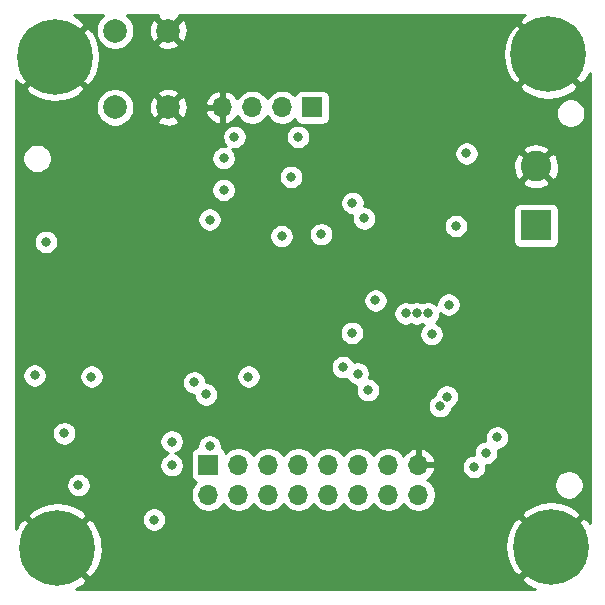
<source format=gbr>
%TF.GenerationSoftware,KiCad,Pcbnew,(5.1.9)-1*%
%TF.CreationDate,2021-11-15T23:12:41-03:00*%
%TF.ProjectId,RepeaterBoard,52657065-6174-4657-9242-6f6172642e6b,rev?*%
%TF.SameCoordinates,Original*%
%TF.FileFunction,Copper,L2,Inr*%
%TF.FilePolarity,Positive*%
%FSLAX46Y46*%
G04 Gerber Fmt 4.6, Leading zero omitted, Abs format (unit mm)*
G04 Created by KiCad (PCBNEW (5.1.9)-1) date 2021-11-15 23:12:41*
%MOMM*%
%LPD*%
G01*
G04 APERTURE LIST*
%TA.AperFunction,ComponentPad*%
%ADD10C,2.600000*%
%TD*%
%TA.AperFunction,ComponentPad*%
%ADD11R,2.600000X2.600000*%
%TD*%
%TA.AperFunction,ComponentPad*%
%ADD12R,1.700000X1.700000*%
%TD*%
%TA.AperFunction,ComponentPad*%
%ADD13O,1.700000X1.700000*%
%TD*%
%TA.AperFunction,ComponentPad*%
%ADD14C,2.000000*%
%TD*%
%TA.AperFunction,ComponentPad*%
%ADD15C,0.800000*%
%TD*%
%TA.AperFunction,ComponentPad*%
%ADD16C,6.400000*%
%TD*%
%TA.AperFunction,ViaPad*%
%ADD17C,0.800000*%
%TD*%
%TA.AperFunction,Conductor*%
%ADD18C,0.254000*%
%TD*%
%TA.AperFunction,Conductor*%
%ADD19C,0.100000*%
%TD*%
G04 APERTURE END LIST*
D10*
%TO.N,GND*%
%TO.C,J1*%
X77750000Y-39500000D03*
D11*
%TO.N,RX_RS232*%
X77750000Y-44500000D03*
%TD*%
D12*
%TO.N,+3V3*%
%TO.C,J2*%
X58800000Y-34500000D03*
D13*
%TO.N,I2C1_SCL*%
X56260000Y-34500000D03*
%TO.N,I2C1_SDA*%
X53720000Y-34500000D03*
%TO.N,GND*%
X51180000Y-34500000D03*
%TD*%
D12*
%TO.N,+5V*%
%TO.C,J3*%
X50000000Y-64750000D03*
D13*
%TO.N,ANODE_C_5V*%
X50000000Y-67290000D03*
%TO.N,DIGIT_1*%
X52540000Y-64750000D03*
%TO.N,ANODE_B_5V*%
X52540000Y-67290000D03*
%TO.N,DIGIT_2*%
X55080000Y-64750000D03*
%TO.N,ANODE_A_5V*%
X55080000Y-67290000D03*
%TO.N,DIGIT_3*%
X57620000Y-64750000D03*
%TO.N,ANODE_D_5V*%
X57620000Y-67290000D03*
%TO.N,DIGIT_4*%
X60160000Y-64750000D03*
%TO.N,ANODE_E_5V*%
X60160000Y-67290000D03*
%TO.N,DIGIT_5*%
X62700000Y-64750000D03*
%TO.N,ANODE_F_5V*%
X62700000Y-67290000D03*
%TO.N,DIGIT_6*%
X65240000Y-64750000D03*
%TO.N,ANODE_G_5V*%
X65240000Y-67290000D03*
%TO.N,GND*%
X67780000Y-64750000D03*
%TO.N,ANODE_DP*%
X67780000Y-67290000D03*
%TD*%
D14*
%TO.N,GND*%
%TO.C,SW1*%
X46600000Y-34500000D03*
%TO.N,NRST*%
X42100000Y-34500000D03*
%TO.N,GND*%
X46600000Y-28000000D03*
%TO.N,NRST*%
X42100000Y-28000000D03*
%TD*%
D15*
%TO.N,GND*%
%TO.C,H1*%
X38697056Y-28502944D03*
X37000000Y-27800000D03*
X35302944Y-28502944D03*
X34600000Y-30200000D03*
X35302944Y-31897056D03*
X37000000Y-32600000D03*
X38697056Y-31897056D03*
X39400000Y-30200000D03*
D16*
X37000000Y-30200000D03*
%TD*%
%TO.N,GND*%
%TO.C,H2*%
X78800000Y-30000000D03*
D15*
X81200000Y-30000000D03*
X80497056Y-31697056D03*
X78800000Y-32400000D03*
X77102944Y-31697056D03*
X76400000Y-30000000D03*
X77102944Y-28302944D03*
X78800000Y-27600000D03*
X80497056Y-28302944D03*
%TD*%
%TO.N,GND*%
%TO.C,H3*%
X38897056Y-70102944D03*
X37200000Y-69400000D03*
X35502944Y-70102944D03*
X34800000Y-71800000D03*
X35502944Y-73497056D03*
X37200000Y-74200000D03*
X38897056Y-73497056D03*
X39600000Y-71800000D03*
D16*
X37200000Y-71800000D03*
%TD*%
%TO.N,GND*%
%TO.C,H4*%
X79000000Y-71700000D03*
D15*
X81400000Y-71700000D03*
X80697056Y-73397056D03*
X79000000Y-74100000D03*
X77302944Y-73397056D03*
X76600000Y-71700000D03*
X77302944Y-70002944D03*
X79000000Y-69300000D03*
X80697056Y-70002944D03*
%TD*%
D17*
%TO.N,+5V*%
X46900000Y-62800000D03*
X46900000Y-64800000D03*
X50100000Y-63200000D03*
X70200000Y-59000000D03*
X45400000Y-69400000D03*
X70350000Y-51200000D03*
X69600000Y-59800000D03*
%TO.N,GND*%
X71800000Y-33300000D03*
X48000000Y-44750000D03*
X71800000Y-28200000D03*
X71800000Y-35800000D03*
X58800000Y-56500000D03*
X48000000Y-39800000D03*
X49500000Y-38800000D03*
X53800000Y-41200000D03*
X39550000Y-49050000D03*
X39500000Y-45700000D03*
X47800000Y-55600000D03*
X46900000Y-54400000D03*
X48600000Y-49800000D03*
X51800000Y-56500000D03*
X70200000Y-56500000D03*
X81300000Y-58500000D03*
X81300000Y-50400000D03*
X81300000Y-52900000D03*
X81400000Y-56000000D03*
X42700000Y-59800000D03*
X43900000Y-60700000D03*
X35000000Y-67700000D03*
X61500000Y-59100000D03*
X48500000Y-33750000D03*
X34550000Y-45900000D03*
X43400000Y-69400000D03*
X42500000Y-70300000D03*
X63200000Y-46300000D03*
X63900000Y-55200000D03*
X70200000Y-46300000D03*
X70250000Y-48800000D03*
X64600000Y-43300000D03*
X68850000Y-58100000D03*
X69650000Y-55350000D03*
%TO.N,+3V3*%
X63500000Y-58450000D03*
X64150000Y-50850000D03*
X70950000Y-44550000D03*
X50100000Y-44000000D03*
X61400000Y-56500000D03*
X48800000Y-57800000D03*
X49800000Y-58800000D03*
X39000000Y-66500000D03*
X36250000Y-45900000D03*
X35300000Y-57200000D03*
X37800000Y-62100000D03*
X40100000Y-57300000D03*
X57600000Y-37000000D03*
X52200000Y-37000000D03*
X51300000Y-38800000D03*
X51300000Y-41500000D03*
X53400000Y-57300000D03*
X71850000Y-38400000D03*
X63200000Y-43900000D03*
X68900000Y-53700000D03*
%TO.N,NRST*%
X56200000Y-45400000D03*
X57000000Y-40400000D03*
%TO.N,STATUS*%
X59550000Y-45250000D03*
X62200000Y-42600000D03*
%TO.N,ANODE_DP*%
X62150000Y-53600000D03*
X62650000Y-57050000D03*
%TO.N,ANODE_A_5V*%
X66700000Y-51950000D03*
X72500000Y-64950000D03*
%TO.N,ANODE_B_5V*%
X67650000Y-51950000D03*
X73500000Y-63750000D03*
%TO.N,ANODE_C_5V*%
X68600000Y-51950000D03*
X74450000Y-62450000D03*
%TD*%
D18*
%TO.N,GND*%
X41057748Y-26730013D02*
X40830013Y-26957748D01*
X40651082Y-27225537D01*
X40527832Y-27523088D01*
X40465000Y-27838967D01*
X40465000Y-28161033D01*
X40527832Y-28476912D01*
X40651082Y-28774463D01*
X40830013Y-29042252D01*
X41057748Y-29269987D01*
X41325537Y-29448918D01*
X41623088Y-29572168D01*
X41938967Y-29635000D01*
X42261033Y-29635000D01*
X42576912Y-29572168D01*
X42874463Y-29448918D01*
X43142252Y-29269987D01*
X43276826Y-29135413D01*
X45644192Y-29135413D01*
X45739956Y-29399814D01*
X46029571Y-29540704D01*
X46341108Y-29622384D01*
X46662595Y-29641718D01*
X46981675Y-29597961D01*
X47286088Y-29492795D01*
X47460044Y-29399814D01*
X47555808Y-29135413D01*
X46600000Y-28179605D01*
X45644192Y-29135413D01*
X43276826Y-29135413D01*
X43369987Y-29042252D01*
X43548918Y-28774463D01*
X43672168Y-28476912D01*
X43735000Y-28161033D01*
X43735000Y-28062595D01*
X44958282Y-28062595D01*
X45002039Y-28381675D01*
X45107205Y-28686088D01*
X45200186Y-28860044D01*
X45464587Y-28955808D01*
X46420395Y-28000000D01*
X46779605Y-28000000D01*
X47735413Y-28955808D01*
X47999814Y-28860044D01*
X48140704Y-28570429D01*
X48222384Y-28258892D01*
X48241718Y-27937405D01*
X48197961Y-27618325D01*
X48092795Y-27313912D01*
X47999814Y-27139956D01*
X47735413Y-27044192D01*
X46779605Y-28000000D01*
X46420395Y-28000000D01*
X45464587Y-27044192D01*
X45200186Y-27139956D01*
X45059296Y-27429571D01*
X44977616Y-27741108D01*
X44958282Y-28062595D01*
X43735000Y-28062595D01*
X43735000Y-27838967D01*
X43672168Y-27523088D01*
X43548918Y-27225537D01*
X43369987Y-26957748D01*
X43142252Y-26730013D01*
X43112300Y-26710000D01*
X45700182Y-26710000D01*
X45644192Y-26864587D01*
X46600000Y-27820395D01*
X47555808Y-26864587D01*
X47499818Y-26710000D01*
X76816946Y-26710000D01*
X76679330Y-26782445D01*
X76638912Y-26809452D01*
X76278724Y-27299119D01*
X78800000Y-29820395D01*
X78814143Y-29806253D01*
X78993748Y-29985858D01*
X78979605Y-30000000D01*
X81500881Y-32521276D01*
X81990548Y-32161088D01*
X82290001Y-31609250D01*
X82290000Y-69716946D01*
X82217555Y-69579330D01*
X82190548Y-69538912D01*
X81700881Y-69178724D01*
X79179605Y-71700000D01*
X79193748Y-71714143D01*
X79014143Y-71893748D01*
X79000000Y-71879605D01*
X76478724Y-74400881D01*
X76838912Y-74890548D01*
X77502882Y-75250849D01*
X77629075Y-75290000D01*
X38803135Y-75290000D01*
X39320670Y-75017555D01*
X39361088Y-74990548D01*
X39721276Y-74500881D01*
X37200000Y-71979605D01*
X37185858Y-71993748D01*
X37006253Y-71814143D01*
X37020395Y-71800000D01*
X37379605Y-71800000D01*
X39900881Y-74321276D01*
X40390548Y-73961088D01*
X40750849Y-73297118D01*
X40974694Y-72575615D01*
X41053480Y-71824305D01*
X41039789Y-71675695D01*
X75146520Y-71675695D01*
X75215822Y-72427938D01*
X75430548Y-73152208D01*
X75782445Y-73820670D01*
X75809452Y-73861088D01*
X76299119Y-74221276D01*
X78820395Y-71700000D01*
X76299119Y-69178724D01*
X75809452Y-69538912D01*
X75449151Y-70202882D01*
X75225306Y-70924385D01*
X75146520Y-71675695D01*
X41039789Y-71675695D01*
X40984178Y-71072062D01*
X40769452Y-70347792D01*
X40417555Y-69679330D01*
X40390548Y-69638912D01*
X39927170Y-69298061D01*
X44365000Y-69298061D01*
X44365000Y-69501939D01*
X44404774Y-69701898D01*
X44482795Y-69890256D01*
X44596063Y-70059774D01*
X44740226Y-70203937D01*
X44909744Y-70317205D01*
X45098102Y-70395226D01*
X45298061Y-70435000D01*
X45501939Y-70435000D01*
X45701898Y-70395226D01*
X45890256Y-70317205D01*
X46059774Y-70203937D01*
X46203937Y-70059774D01*
X46317205Y-69890256D01*
X46395226Y-69701898D01*
X46435000Y-69501939D01*
X46435000Y-69298061D01*
X46395226Y-69098102D01*
X46354226Y-68999119D01*
X76478724Y-68999119D01*
X79000000Y-71520395D01*
X81521276Y-68999119D01*
X81161088Y-68509452D01*
X80497118Y-68149151D01*
X79775615Y-67925306D01*
X79024305Y-67846520D01*
X78272062Y-67915822D01*
X77547792Y-68130548D01*
X76879330Y-68482445D01*
X76838912Y-68509452D01*
X76478724Y-68999119D01*
X46354226Y-68999119D01*
X46317205Y-68909744D01*
X46203937Y-68740226D01*
X46059774Y-68596063D01*
X45890256Y-68482795D01*
X45701898Y-68404774D01*
X45501939Y-68365000D01*
X45298061Y-68365000D01*
X45098102Y-68404774D01*
X44909744Y-68482795D01*
X44740226Y-68596063D01*
X44596063Y-68740226D01*
X44482795Y-68909744D01*
X44404774Y-69098102D01*
X44365000Y-69298061D01*
X39927170Y-69298061D01*
X39900881Y-69278724D01*
X37379605Y-71800000D01*
X37020395Y-71800000D01*
X34499119Y-69278724D01*
X34009452Y-69638912D01*
X33710000Y-70190748D01*
X33710000Y-69099119D01*
X34678724Y-69099119D01*
X37200000Y-71620395D01*
X39721276Y-69099119D01*
X39361088Y-68609452D01*
X38697118Y-68249151D01*
X37975615Y-68025306D01*
X37224305Y-67946520D01*
X36472062Y-68015822D01*
X35747792Y-68230548D01*
X35079330Y-68582445D01*
X35038912Y-68609452D01*
X34678724Y-69099119D01*
X33710000Y-69099119D01*
X33710000Y-66398061D01*
X37965000Y-66398061D01*
X37965000Y-66601939D01*
X38004774Y-66801898D01*
X38082795Y-66990256D01*
X38196063Y-67159774D01*
X38340226Y-67303937D01*
X38509744Y-67417205D01*
X38698102Y-67495226D01*
X38898061Y-67535000D01*
X39101939Y-67535000D01*
X39301898Y-67495226D01*
X39490256Y-67417205D01*
X39659774Y-67303937D01*
X39803937Y-67159774D01*
X39917205Y-66990256D01*
X39995226Y-66801898D01*
X40035000Y-66601939D01*
X40035000Y-66398061D01*
X39995226Y-66198102D01*
X39917205Y-66009744D01*
X39803937Y-65840226D01*
X39659774Y-65696063D01*
X39490256Y-65582795D01*
X39301898Y-65504774D01*
X39101939Y-65465000D01*
X38898061Y-65465000D01*
X38698102Y-65504774D01*
X38509744Y-65582795D01*
X38340226Y-65696063D01*
X38196063Y-65840226D01*
X38082795Y-66009744D01*
X38004774Y-66198102D01*
X37965000Y-66398061D01*
X33710000Y-66398061D01*
X33710000Y-61998061D01*
X36765000Y-61998061D01*
X36765000Y-62201939D01*
X36804774Y-62401898D01*
X36882795Y-62590256D01*
X36996063Y-62759774D01*
X37140226Y-62903937D01*
X37309744Y-63017205D01*
X37498102Y-63095226D01*
X37698061Y-63135000D01*
X37901939Y-63135000D01*
X38101898Y-63095226D01*
X38290256Y-63017205D01*
X38459774Y-62903937D01*
X38603937Y-62759774D01*
X38645172Y-62698061D01*
X45865000Y-62698061D01*
X45865000Y-62901939D01*
X45904774Y-63101898D01*
X45982795Y-63290256D01*
X46096063Y-63459774D01*
X46240226Y-63603937D01*
X46409744Y-63717205D01*
X46598102Y-63795226D01*
X46622103Y-63800000D01*
X46598102Y-63804774D01*
X46409744Y-63882795D01*
X46240226Y-63996063D01*
X46096063Y-64140226D01*
X45982795Y-64309744D01*
X45904774Y-64498102D01*
X45865000Y-64698061D01*
X45865000Y-64901939D01*
X45904774Y-65101898D01*
X45982795Y-65290256D01*
X46096063Y-65459774D01*
X46240226Y-65603937D01*
X46409744Y-65717205D01*
X46598102Y-65795226D01*
X46798061Y-65835000D01*
X47001939Y-65835000D01*
X47201898Y-65795226D01*
X47390256Y-65717205D01*
X47559774Y-65603937D01*
X47703937Y-65459774D01*
X47817205Y-65290256D01*
X47895226Y-65101898D01*
X47935000Y-64901939D01*
X47935000Y-64698061D01*
X47895226Y-64498102D01*
X47817205Y-64309744D01*
X47703937Y-64140226D01*
X47559774Y-63996063D01*
X47416006Y-63900000D01*
X48511928Y-63900000D01*
X48511928Y-65600000D01*
X48524188Y-65724482D01*
X48560498Y-65844180D01*
X48619463Y-65954494D01*
X48698815Y-66051185D01*
X48795506Y-66130537D01*
X48905820Y-66189502D01*
X48978380Y-66211513D01*
X48846525Y-66343368D01*
X48684010Y-66586589D01*
X48572068Y-66856842D01*
X48515000Y-67143740D01*
X48515000Y-67436260D01*
X48572068Y-67723158D01*
X48684010Y-67993411D01*
X48846525Y-68236632D01*
X49053368Y-68443475D01*
X49296589Y-68605990D01*
X49566842Y-68717932D01*
X49853740Y-68775000D01*
X50146260Y-68775000D01*
X50433158Y-68717932D01*
X50703411Y-68605990D01*
X50946632Y-68443475D01*
X51153475Y-68236632D01*
X51270000Y-68062240D01*
X51386525Y-68236632D01*
X51593368Y-68443475D01*
X51836589Y-68605990D01*
X52106842Y-68717932D01*
X52393740Y-68775000D01*
X52686260Y-68775000D01*
X52973158Y-68717932D01*
X53243411Y-68605990D01*
X53486632Y-68443475D01*
X53693475Y-68236632D01*
X53810000Y-68062240D01*
X53926525Y-68236632D01*
X54133368Y-68443475D01*
X54376589Y-68605990D01*
X54646842Y-68717932D01*
X54933740Y-68775000D01*
X55226260Y-68775000D01*
X55513158Y-68717932D01*
X55783411Y-68605990D01*
X56026632Y-68443475D01*
X56233475Y-68236632D01*
X56350000Y-68062240D01*
X56466525Y-68236632D01*
X56673368Y-68443475D01*
X56916589Y-68605990D01*
X57186842Y-68717932D01*
X57473740Y-68775000D01*
X57766260Y-68775000D01*
X58053158Y-68717932D01*
X58323411Y-68605990D01*
X58566632Y-68443475D01*
X58773475Y-68236632D01*
X58890000Y-68062240D01*
X59006525Y-68236632D01*
X59213368Y-68443475D01*
X59456589Y-68605990D01*
X59726842Y-68717932D01*
X60013740Y-68775000D01*
X60306260Y-68775000D01*
X60593158Y-68717932D01*
X60863411Y-68605990D01*
X61106632Y-68443475D01*
X61313475Y-68236632D01*
X61430000Y-68062240D01*
X61546525Y-68236632D01*
X61753368Y-68443475D01*
X61996589Y-68605990D01*
X62266842Y-68717932D01*
X62553740Y-68775000D01*
X62846260Y-68775000D01*
X63133158Y-68717932D01*
X63403411Y-68605990D01*
X63646632Y-68443475D01*
X63853475Y-68236632D01*
X63970000Y-68062240D01*
X64086525Y-68236632D01*
X64293368Y-68443475D01*
X64536589Y-68605990D01*
X64806842Y-68717932D01*
X65093740Y-68775000D01*
X65386260Y-68775000D01*
X65673158Y-68717932D01*
X65943411Y-68605990D01*
X66186632Y-68443475D01*
X66393475Y-68236632D01*
X66510000Y-68062240D01*
X66626525Y-68236632D01*
X66833368Y-68443475D01*
X67076589Y-68605990D01*
X67346842Y-68717932D01*
X67633740Y-68775000D01*
X67926260Y-68775000D01*
X68213158Y-68717932D01*
X68483411Y-68605990D01*
X68726632Y-68443475D01*
X68933475Y-68236632D01*
X69095990Y-67993411D01*
X69207932Y-67723158D01*
X69265000Y-67436260D01*
X69265000Y-67143740D01*
X69207932Y-66856842D01*
X69095990Y-66586589D01*
X68939170Y-66351890D01*
X79274048Y-66351890D01*
X79274048Y-66598110D01*
X79322083Y-66839598D01*
X79416307Y-67067074D01*
X79553099Y-67271798D01*
X79727202Y-67445901D01*
X79931926Y-67582693D01*
X80159402Y-67676917D01*
X80400890Y-67724952D01*
X80647110Y-67724952D01*
X80888598Y-67676917D01*
X81116074Y-67582693D01*
X81320798Y-67445901D01*
X81494901Y-67271798D01*
X81631693Y-67067074D01*
X81725917Y-66839598D01*
X81773952Y-66598110D01*
X81773952Y-66351890D01*
X81725917Y-66110402D01*
X81631693Y-65882926D01*
X81494901Y-65678202D01*
X81320798Y-65504099D01*
X81116074Y-65367307D01*
X80888598Y-65273083D01*
X80647110Y-65225048D01*
X80400890Y-65225048D01*
X80159402Y-65273083D01*
X79931926Y-65367307D01*
X79727202Y-65504099D01*
X79553099Y-65678202D01*
X79416307Y-65882926D01*
X79322083Y-66110402D01*
X79274048Y-66351890D01*
X68939170Y-66351890D01*
X68933475Y-66343368D01*
X68726632Y-66136525D01*
X68550594Y-66018900D01*
X68780269Y-65847588D01*
X68975178Y-65631355D01*
X69124157Y-65381252D01*
X69221481Y-65106891D01*
X69100814Y-64877000D01*
X67907000Y-64877000D01*
X67907000Y-64897000D01*
X67653000Y-64897000D01*
X67653000Y-64877000D01*
X67633000Y-64877000D01*
X67633000Y-64848061D01*
X71465000Y-64848061D01*
X71465000Y-65051939D01*
X71504774Y-65251898D01*
X71582795Y-65440256D01*
X71696063Y-65609774D01*
X71840226Y-65753937D01*
X72009744Y-65867205D01*
X72198102Y-65945226D01*
X72398061Y-65985000D01*
X72601939Y-65985000D01*
X72801898Y-65945226D01*
X72990256Y-65867205D01*
X73159774Y-65753937D01*
X73303937Y-65609774D01*
X73417205Y-65440256D01*
X73495226Y-65251898D01*
X73535000Y-65051939D01*
X73535000Y-64848061D01*
X73522456Y-64785000D01*
X73601939Y-64785000D01*
X73801898Y-64745226D01*
X73990256Y-64667205D01*
X74159774Y-64553937D01*
X74303937Y-64409774D01*
X74417205Y-64240256D01*
X74495226Y-64051898D01*
X74535000Y-63851939D01*
X74535000Y-63648061D01*
X74502565Y-63485000D01*
X74551939Y-63485000D01*
X74751898Y-63445226D01*
X74940256Y-63367205D01*
X75109774Y-63253937D01*
X75253937Y-63109774D01*
X75367205Y-62940256D01*
X75445226Y-62751898D01*
X75485000Y-62551939D01*
X75485000Y-62348061D01*
X75445226Y-62148102D01*
X75367205Y-61959744D01*
X75253937Y-61790226D01*
X75109774Y-61646063D01*
X74940256Y-61532795D01*
X74751898Y-61454774D01*
X74551939Y-61415000D01*
X74348061Y-61415000D01*
X74148102Y-61454774D01*
X73959744Y-61532795D01*
X73790226Y-61646063D01*
X73646063Y-61790226D01*
X73532795Y-61959744D01*
X73454774Y-62148102D01*
X73415000Y-62348061D01*
X73415000Y-62551939D01*
X73447435Y-62715000D01*
X73398061Y-62715000D01*
X73198102Y-62754774D01*
X73009744Y-62832795D01*
X72840226Y-62946063D01*
X72696063Y-63090226D01*
X72582795Y-63259744D01*
X72504774Y-63448102D01*
X72465000Y-63648061D01*
X72465000Y-63851939D01*
X72477544Y-63915000D01*
X72398061Y-63915000D01*
X72198102Y-63954774D01*
X72009744Y-64032795D01*
X71840226Y-64146063D01*
X71696063Y-64290226D01*
X71582795Y-64459744D01*
X71504774Y-64648102D01*
X71465000Y-64848061D01*
X67633000Y-64848061D01*
X67633000Y-64623000D01*
X67653000Y-64623000D01*
X67653000Y-63429845D01*
X67907000Y-63429845D01*
X67907000Y-64623000D01*
X69100814Y-64623000D01*
X69221481Y-64393109D01*
X69124157Y-64118748D01*
X68975178Y-63868645D01*
X68780269Y-63652412D01*
X68546920Y-63478359D01*
X68284099Y-63353175D01*
X68136890Y-63308524D01*
X67907000Y-63429845D01*
X67653000Y-63429845D01*
X67423110Y-63308524D01*
X67275901Y-63353175D01*
X67013080Y-63478359D01*
X66779731Y-63652412D01*
X66584822Y-63868645D01*
X66515195Y-63985534D01*
X66393475Y-63803368D01*
X66186632Y-63596525D01*
X65943411Y-63434010D01*
X65673158Y-63322068D01*
X65386260Y-63265000D01*
X65093740Y-63265000D01*
X64806842Y-63322068D01*
X64536589Y-63434010D01*
X64293368Y-63596525D01*
X64086525Y-63803368D01*
X63970000Y-63977760D01*
X63853475Y-63803368D01*
X63646632Y-63596525D01*
X63403411Y-63434010D01*
X63133158Y-63322068D01*
X62846260Y-63265000D01*
X62553740Y-63265000D01*
X62266842Y-63322068D01*
X61996589Y-63434010D01*
X61753368Y-63596525D01*
X61546525Y-63803368D01*
X61430000Y-63977760D01*
X61313475Y-63803368D01*
X61106632Y-63596525D01*
X60863411Y-63434010D01*
X60593158Y-63322068D01*
X60306260Y-63265000D01*
X60013740Y-63265000D01*
X59726842Y-63322068D01*
X59456589Y-63434010D01*
X59213368Y-63596525D01*
X59006525Y-63803368D01*
X58890000Y-63977760D01*
X58773475Y-63803368D01*
X58566632Y-63596525D01*
X58323411Y-63434010D01*
X58053158Y-63322068D01*
X57766260Y-63265000D01*
X57473740Y-63265000D01*
X57186842Y-63322068D01*
X56916589Y-63434010D01*
X56673368Y-63596525D01*
X56466525Y-63803368D01*
X56350000Y-63977760D01*
X56233475Y-63803368D01*
X56026632Y-63596525D01*
X55783411Y-63434010D01*
X55513158Y-63322068D01*
X55226260Y-63265000D01*
X54933740Y-63265000D01*
X54646842Y-63322068D01*
X54376589Y-63434010D01*
X54133368Y-63596525D01*
X53926525Y-63803368D01*
X53810000Y-63977760D01*
X53693475Y-63803368D01*
X53486632Y-63596525D01*
X53243411Y-63434010D01*
X52973158Y-63322068D01*
X52686260Y-63265000D01*
X52393740Y-63265000D01*
X52106842Y-63322068D01*
X51836589Y-63434010D01*
X51593368Y-63596525D01*
X51461513Y-63728380D01*
X51439502Y-63655820D01*
X51380537Y-63545506D01*
X51301185Y-63448815D01*
X51204494Y-63369463D01*
X51129538Y-63329398D01*
X51135000Y-63301939D01*
X51135000Y-63098061D01*
X51095226Y-62898102D01*
X51017205Y-62709744D01*
X50903937Y-62540226D01*
X50759774Y-62396063D01*
X50590256Y-62282795D01*
X50401898Y-62204774D01*
X50201939Y-62165000D01*
X49998061Y-62165000D01*
X49798102Y-62204774D01*
X49609744Y-62282795D01*
X49440226Y-62396063D01*
X49296063Y-62540226D01*
X49182795Y-62709744D01*
X49104774Y-62898102D01*
X49065000Y-63098061D01*
X49065000Y-63270299D01*
X49025518Y-63274188D01*
X48905820Y-63310498D01*
X48795506Y-63369463D01*
X48698815Y-63448815D01*
X48619463Y-63545506D01*
X48560498Y-63655820D01*
X48524188Y-63775518D01*
X48511928Y-63900000D01*
X47416006Y-63900000D01*
X47390256Y-63882795D01*
X47201898Y-63804774D01*
X47177897Y-63800000D01*
X47201898Y-63795226D01*
X47390256Y-63717205D01*
X47559774Y-63603937D01*
X47703937Y-63459774D01*
X47817205Y-63290256D01*
X47895226Y-63101898D01*
X47935000Y-62901939D01*
X47935000Y-62698061D01*
X47895226Y-62498102D01*
X47817205Y-62309744D01*
X47703937Y-62140226D01*
X47559774Y-61996063D01*
X47390256Y-61882795D01*
X47201898Y-61804774D01*
X47001939Y-61765000D01*
X46798061Y-61765000D01*
X46598102Y-61804774D01*
X46409744Y-61882795D01*
X46240226Y-61996063D01*
X46096063Y-62140226D01*
X45982795Y-62309744D01*
X45904774Y-62498102D01*
X45865000Y-62698061D01*
X38645172Y-62698061D01*
X38717205Y-62590256D01*
X38795226Y-62401898D01*
X38835000Y-62201939D01*
X38835000Y-61998061D01*
X38795226Y-61798102D01*
X38717205Y-61609744D01*
X38603937Y-61440226D01*
X38459774Y-61296063D01*
X38290256Y-61182795D01*
X38101898Y-61104774D01*
X37901939Y-61065000D01*
X37698061Y-61065000D01*
X37498102Y-61104774D01*
X37309744Y-61182795D01*
X37140226Y-61296063D01*
X36996063Y-61440226D01*
X36882795Y-61609744D01*
X36804774Y-61798102D01*
X36765000Y-61998061D01*
X33710000Y-61998061D01*
X33710000Y-57098061D01*
X34265000Y-57098061D01*
X34265000Y-57301939D01*
X34304774Y-57501898D01*
X34382795Y-57690256D01*
X34496063Y-57859774D01*
X34640226Y-58003937D01*
X34809744Y-58117205D01*
X34998102Y-58195226D01*
X35198061Y-58235000D01*
X35401939Y-58235000D01*
X35601898Y-58195226D01*
X35790256Y-58117205D01*
X35959774Y-58003937D01*
X36103937Y-57859774D01*
X36217205Y-57690256D01*
X36295226Y-57501898D01*
X36335000Y-57301939D01*
X36335000Y-57198061D01*
X39065000Y-57198061D01*
X39065000Y-57401939D01*
X39104774Y-57601898D01*
X39182795Y-57790256D01*
X39296063Y-57959774D01*
X39440226Y-58103937D01*
X39609744Y-58217205D01*
X39798102Y-58295226D01*
X39998061Y-58335000D01*
X40201939Y-58335000D01*
X40401898Y-58295226D01*
X40590256Y-58217205D01*
X40759774Y-58103937D01*
X40903937Y-57959774D01*
X41017205Y-57790256D01*
X41055393Y-57698061D01*
X47765000Y-57698061D01*
X47765000Y-57901939D01*
X47804774Y-58101898D01*
X47882795Y-58290256D01*
X47996063Y-58459774D01*
X48140226Y-58603937D01*
X48309744Y-58717205D01*
X48498102Y-58795226D01*
X48698061Y-58835000D01*
X48765000Y-58835000D01*
X48765000Y-58901939D01*
X48804774Y-59101898D01*
X48882795Y-59290256D01*
X48996063Y-59459774D01*
X49140226Y-59603937D01*
X49309744Y-59717205D01*
X49498102Y-59795226D01*
X49698061Y-59835000D01*
X49901939Y-59835000D01*
X50101898Y-59795226D01*
X50290256Y-59717205D01*
X50318907Y-59698061D01*
X68565000Y-59698061D01*
X68565000Y-59901939D01*
X68604774Y-60101898D01*
X68682795Y-60290256D01*
X68796063Y-60459774D01*
X68940226Y-60603937D01*
X69109744Y-60717205D01*
X69298102Y-60795226D01*
X69498061Y-60835000D01*
X69701939Y-60835000D01*
X69901898Y-60795226D01*
X70090256Y-60717205D01*
X70259774Y-60603937D01*
X70403937Y-60459774D01*
X70517205Y-60290256D01*
X70595226Y-60101898D01*
X70626729Y-59943519D01*
X70690256Y-59917205D01*
X70859774Y-59803937D01*
X71003937Y-59659774D01*
X71117205Y-59490256D01*
X71195226Y-59301898D01*
X71235000Y-59101939D01*
X71235000Y-58898061D01*
X71195226Y-58698102D01*
X71117205Y-58509744D01*
X71003937Y-58340226D01*
X70859774Y-58196063D01*
X70690256Y-58082795D01*
X70501898Y-58004774D01*
X70301939Y-57965000D01*
X70098061Y-57965000D01*
X69898102Y-58004774D01*
X69709744Y-58082795D01*
X69540226Y-58196063D01*
X69396063Y-58340226D01*
X69282795Y-58509744D01*
X69204774Y-58698102D01*
X69173271Y-58856481D01*
X69109744Y-58882795D01*
X68940226Y-58996063D01*
X68796063Y-59140226D01*
X68682795Y-59309744D01*
X68604774Y-59498102D01*
X68565000Y-59698061D01*
X50318907Y-59698061D01*
X50459774Y-59603937D01*
X50603937Y-59459774D01*
X50717205Y-59290256D01*
X50795226Y-59101898D01*
X50835000Y-58901939D01*
X50835000Y-58698061D01*
X50795226Y-58498102D01*
X50717205Y-58309744D01*
X50603937Y-58140226D01*
X50459774Y-57996063D01*
X50290256Y-57882795D01*
X50101898Y-57804774D01*
X49901939Y-57765000D01*
X49835000Y-57765000D01*
X49835000Y-57698061D01*
X49795226Y-57498102D01*
X49717205Y-57309744D01*
X49642582Y-57198061D01*
X52365000Y-57198061D01*
X52365000Y-57401939D01*
X52404774Y-57601898D01*
X52482795Y-57790256D01*
X52596063Y-57959774D01*
X52740226Y-58103937D01*
X52909744Y-58217205D01*
X53098102Y-58295226D01*
X53298061Y-58335000D01*
X53501939Y-58335000D01*
X53701898Y-58295226D01*
X53890256Y-58217205D01*
X54059774Y-58103937D01*
X54203937Y-57959774D01*
X54317205Y-57790256D01*
X54395226Y-57601898D01*
X54435000Y-57401939D01*
X54435000Y-57198061D01*
X54395226Y-56998102D01*
X54317205Y-56809744D01*
X54203937Y-56640226D01*
X54059774Y-56496063D01*
X53913104Y-56398061D01*
X60365000Y-56398061D01*
X60365000Y-56601939D01*
X60404774Y-56801898D01*
X60482795Y-56990256D01*
X60596063Y-57159774D01*
X60740226Y-57303937D01*
X60909744Y-57417205D01*
X61098102Y-57495226D01*
X61298061Y-57535000D01*
X61501939Y-57535000D01*
X61701898Y-57495226D01*
X61712350Y-57490897D01*
X61732795Y-57540256D01*
X61846063Y-57709774D01*
X61990226Y-57853937D01*
X62159744Y-57967205D01*
X62348102Y-58045226D01*
X62532217Y-58081849D01*
X62504774Y-58148102D01*
X62465000Y-58348061D01*
X62465000Y-58551939D01*
X62504774Y-58751898D01*
X62582795Y-58940256D01*
X62696063Y-59109774D01*
X62840226Y-59253937D01*
X63009744Y-59367205D01*
X63198102Y-59445226D01*
X63398061Y-59485000D01*
X63601939Y-59485000D01*
X63801898Y-59445226D01*
X63990256Y-59367205D01*
X64159774Y-59253937D01*
X64303937Y-59109774D01*
X64417205Y-58940256D01*
X64495226Y-58751898D01*
X64535000Y-58551939D01*
X64535000Y-58348061D01*
X64495226Y-58148102D01*
X64417205Y-57959744D01*
X64303937Y-57790226D01*
X64159774Y-57646063D01*
X63990256Y-57532795D01*
X63801898Y-57454774D01*
X63617783Y-57418151D01*
X63645226Y-57351898D01*
X63685000Y-57151939D01*
X63685000Y-56948061D01*
X63645226Y-56748102D01*
X63567205Y-56559744D01*
X63453937Y-56390226D01*
X63309774Y-56246063D01*
X63140256Y-56132795D01*
X62951898Y-56054774D01*
X62751939Y-56015000D01*
X62548061Y-56015000D01*
X62348102Y-56054774D01*
X62337650Y-56059103D01*
X62317205Y-56009744D01*
X62203937Y-55840226D01*
X62059774Y-55696063D01*
X61890256Y-55582795D01*
X61701898Y-55504774D01*
X61501939Y-55465000D01*
X61298061Y-55465000D01*
X61098102Y-55504774D01*
X60909744Y-55582795D01*
X60740226Y-55696063D01*
X60596063Y-55840226D01*
X60482795Y-56009744D01*
X60404774Y-56198102D01*
X60365000Y-56398061D01*
X53913104Y-56398061D01*
X53890256Y-56382795D01*
X53701898Y-56304774D01*
X53501939Y-56265000D01*
X53298061Y-56265000D01*
X53098102Y-56304774D01*
X52909744Y-56382795D01*
X52740226Y-56496063D01*
X52596063Y-56640226D01*
X52482795Y-56809744D01*
X52404774Y-56998102D01*
X52365000Y-57198061D01*
X49642582Y-57198061D01*
X49603937Y-57140226D01*
X49459774Y-56996063D01*
X49290256Y-56882795D01*
X49101898Y-56804774D01*
X48901939Y-56765000D01*
X48698061Y-56765000D01*
X48498102Y-56804774D01*
X48309744Y-56882795D01*
X48140226Y-56996063D01*
X47996063Y-57140226D01*
X47882795Y-57309744D01*
X47804774Y-57498102D01*
X47765000Y-57698061D01*
X41055393Y-57698061D01*
X41095226Y-57601898D01*
X41135000Y-57401939D01*
X41135000Y-57198061D01*
X41095226Y-56998102D01*
X41017205Y-56809744D01*
X40903937Y-56640226D01*
X40759774Y-56496063D01*
X40590256Y-56382795D01*
X40401898Y-56304774D01*
X40201939Y-56265000D01*
X39998061Y-56265000D01*
X39798102Y-56304774D01*
X39609744Y-56382795D01*
X39440226Y-56496063D01*
X39296063Y-56640226D01*
X39182795Y-56809744D01*
X39104774Y-56998102D01*
X39065000Y-57198061D01*
X36335000Y-57198061D01*
X36335000Y-57098061D01*
X36295226Y-56898102D01*
X36217205Y-56709744D01*
X36103937Y-56540226D01*
X35959774Y-56396063D01*
X35790256Y-56282795D01*
X35601898Y-56204774D01*
X35401939Y-56165000D01*
X35198061Y-56165000D01*
X34998102Y-56204774D01*
X34809744Y-56282795D01*
X34640226Y-56396063D01*
X34496063Y-56540226D01*
X34382795Y-56709744D01*
X34304774Y-56898102D01*
X34265000Y-57098061D01*
X33710000Y-57098061D01*
X33710000Y-53498061D01*
X61115000Y-53498061D01*
X61115000Y-53701939D01*
X61154774Y-53901898D01*
X61232795Y-54090256D01*
X61346063Y-54259774D01*
X61490226Y-54403937D01*
X61659744Y-54517205D01*
X61848102Y-54595226D01*
X62048061Y-54635000D01*
X62251939Y-54635000D01*
X62451898Y-54595226D01*
X62640256Y-54517205D01*
X62809774Y-54403937D01*
X62953937Y-54259774D01*
X63067205Y-54090256D01*
X63145226Y-53901898D01*
X63185000Y-53701939D01*
X63185000Y-53498061D01*
X63145226Y-53298102D01*
X63067205Y-53109744D01*
X62953937Y-52940226D01*
X62809774Y-52796063D01*
X62640256Y-52682795D01*
X62451898Y-52604774D01*
X62251939Y-52565000D01*
X62048061Y-52565000D01*
X61848102Y-52604774D01*
X61659744Y-52682795D01*
X61490226Y-52796063D01*
X61346063Y-52940226D01*
X61232795Y-53109744D01*
X61154774Y-53298102D01*
X61115000Y-53498061D01*
X33710000Y-53498061D01*
X33710000Y-50748061D01*
X63115000Y-50748061D01*
X63115000Y-50951939D01*
X63154774Y-51151898D01*
X63232795Y-51340256D01*
X63346063Y-51509774D01*
X63490226Y-51653937D01*
X63659744Y-51767205D01*
X63848102Y-51845226D01*
X64048061Y-51885000D01*
X64251939Y-51885000D01*
X64437645Y-51848061D01*
X65665000Y-51848061D01*
X65665000Y-52051939D01*
X65704774Y-52251898D01*
X65782795Y-52440256D01*
X65896063Y-52609774D01*
X66040226Y-52753937D01*
X66209744Y-52867205D01*
X66398102Y-52945226D01*
X66598061Y-52985000D01*
X66801939Y-52985000D01*
X67001898Y-52945226D01*
X67175000Y-52873524D01*
X67348102Y-52945226D01*
X67548061Y-52985000D01*
X67751939Y-52985000D01*
X67951898Y-52945226D01*
X68125000Y-52873524D01*
X68222414Y-52913875D01*
X68096063Y-53040226D01*
X67982795Y-53209744D01*
X67904774Y-53398102D01*
X67865000Y-53598061D01*
X67865000Y-53801939D01*
X67904774Y-54001898D01*
X67982795Y-54190256D01*
X68096063Y-54359774D01*
X68240226Y-54503937D01*
X68409744Y-54617205D01*
X68598102Y-54695226D01*
X68798061Y-54735000D01*
X69001939Y-54735000D01*
X69201898Y-54695226D01*
X69390256Y-54617205D01*
X69559774Y-54503937D01*
X69703937Y-54359774D01*
X69817205Y-54190256D01*
X69895226Y-54001898D01*
X69935000Y-53801939D01*
X69935000Y-53598061D01*
X69895226Y-53398102D01*
X69817205Y-53209744D01*
X69703937Y-53040226D01*
X69559774Y-52896063D01*
X69390256Y-52782795D01*
X69277586Y-52736125D01*
X69403937Y-52609774D01*
X69517205Y-52440256D01*
X69595226Y-52251898D01*
X69635000Y-52051939D01*
X69635000Y-51948711D01*
X69690226Y-52003937D01*
X69859744Y-52117205D01*
X70048102Y-52195226D01*
X70248061Y-52235000D01*
X70451939Y-52235000D01*
X70651898Y-52195226D01*
X70840256Y-52117205D01*
X71009774Y-52003937D01*
X71153937Y-51859774D01*
X71267205Y-51690256D01*
X71345226Y-51501898D01*
X71385000Y-51301939D01*
X71385000Y-51098061D01*
X71345226Y-50898102D01*
X71267205Y-50709744D01*
X71153937Y-50540226D01*
X71009774Y-50396063D01*
X70840256Y-50282795D01*
X70651898Y-50204774D01*
X70451939Y-50165000D01*
X70248061Y-50165000D01*
X70048102Y-50204774D01*
X69859744Y-50282795D01*
X69690226Y-50396063D01*
X69546063Y-50540226D01*
X69432795Y-50709744D01*
X69354774Y-50898102D01*
X69315000Y-51098061D01*
X69315000Y-51201289D01*
X69259774Y-51146063D01*
X69090256Y-51032795D01*
X68901898Y-50954774D01*
X68701939Y-50915000D01*
X68498061Y-50915000D01*
X68298102Y-50954774D01*
X68125000Y-51026476D01*
X67951898Y-50954774D01*
X67751939Y-50915000D01*
X67548061Y-50915000D01*
X67348102Y-50954774D01*
X67175000Y-51026476D01*
X67001898Y-50954774D01*
X66801939Y-50915000D01*
X66598061Y-50915000D01*
X66398102Y-50954774D01*
X66209744Y-51032795D01*
X66040226Y-51146063D01*
X65896063Y-51290226D01*
X65782795Y-51459744D01*
X65704774Y-51648102D01*
X65665000Y-51848061D01*
X64437645Y-51848061D01*
X64451898Y-51845226D01*
X64640256Y-51767205D01*
X64809774Y-51653937D01*
X64953937Y-51509774D01*
X65067205Y-51340256D01*
X65145226Y-51151898D01*
X65185000Y-50951939D01*
X65185000Y-50748061D01*
X65145226Y-50548102D01*
X65067205Y-50359744D01*
X64953937Y-50190226D01*
X64809774Y-50046063D01*
X64640256Y-49932795D01*
X64451898Y-49854774D01*
X64251939Y-49815000D01*
X64048061Y-49815000D01*
X63848102Y-49854774D01*
X63659744Y-49932795D01*
X63490226Y-50046063D01*
X63346063Y-50190226D01*
X63232795Y-50359744D01*
X63154774Y-50548102D01*
X63115000Y-50748061D01*
X33710000Y-50748061D01*
X33710000Y-45798061D01*
X35215000Y-45798061D01*
X35215000Y-46001939D01*
X35254774Y-46201898D01*
X35332795Y-46390256D01*
X35446063Y-46559774D01*
X35590226Y-46703937D01*
X35759744Y-46817205D01*
X35948102Y-46895226D01*
X36148061Y-46935000D01*
X36351939Y-46935000D01*
X36551898Y-46895226D01*
X36740256Y-46817205D01*
X36909774Y-46703937D01*
X37053937Y-46559774D01*
X37167205Y-46390256D01*
X37245226Y-46201898D01*
X37285000Y-46001939D01*
X37285000Y-45798061D01*
X37245226Y-45598102D01*
X37167205Y-45409744D01*
X37092582Y-45298061D01*
X55165000Y-45298061D01*
X55165000Y-45501939D01*
X55204774Y-45701898D01*
X55282795Y-45890256D01*
X55396063Y-46059774D01*
X55540226Y-46203937D01*
X55709744Y-46317205D01*
X55898102Y-46395226D01*
X56098061Y-46435000D01*
X56301939Y-46435000D01*
X56501898Y-46395226D01*
X56690256Y-46317205D01*
X56859774Y-46203937D01*
X57003937Y-46059774D01*
X57117205Y-45890256D01*
X57195226Y-45701898D01*
X57235000Y-45501939D01*
X57235000Y-45298061D01*
X57205164Y-45148061D01*
X58515000Y-45148061D01*
X58515000Y-45351939D01*
X58554774Y-45551898D01*
X58632795Y-45740256D01*
X58746063Y-45909774D01*
X58890226Y-46053937D01*
X59059744Y-46167205D01*
X59248102Y-46245226D01*
X59448061Y-46285000D01*
X59651939Y-46285000D01*
X59851898Y-46245226D01*
X60040256Y-46167205D01*
X60209774Y-46053937D01*
X60353937Y-45909774D01*
X60467205Y-45740256D01*
X60545226Y-45551898D01*
X60585000Y-45351939D01*
X60585000Y-45148061D01*
X60545226Y-44948102D01*
X60467205Y-44759744D01*
X60353937Y-44590226D01*
X60209774Y-44446063D01*
X60040256Y-44332795D01*
X59851898Y-44254774D01*
X59651939Y-44215000D01*
X59448061Y-44215000D01*
X59248102Y-44254774D01*
X59059744Y-44332795D01*
X58890226Y-44446063D01*
X58746063Y-44590226D01*
X58632795Y-44759744D01*
X58554774Y-44948102D01*
X58515000Y-45148061D01*
X57205164Y-45148061D01*
X57195226Y-45098102D01*
X57117205Y-44909744D01*
X57003937Y-44740226D01*
X56859774Y-44596063D01*
X56690256Y-44482795D01*
X56501898Y-44404774D01*
X56301939Y-44365000D01*
X56098061Y-44365000D01*
X55898102Y-44404774D01*
X55709744Y-44482795D01*
X55540226Y-44596063D01*
X55396063Y-44740226D01*
X55282795Y-44909744D01*
X55204774Y-45098102D01*
X55165000Y-45298061D01*
X37092582Y-45298061D01*
X37053937Y-45240226D01*
X36909774Y-45096063D01*
X36740256Y-44982795D01*
X36551898Y-44904774D01*
X36351939Y-44865000D01*
X36148061Y-44865000D01*
X35948102Y-44904774D01*
X35759744Y-44982795D01*
X35590226Y-45096063D01*
X35446063Y-45240226D01*
X35332795Y-45409744D01*
X35254774Y-45598102D01*
X35215000Y-45798061D01*
X33710000Y-45798061D01*
X33710000Y-43898061D01*
X49065000Y-43898061D01*
X49065000Y-44101939D01*
X49104774Y-44301898D01*
X49182795Y-44490256D01*
X49296063Y-44659774D01*
X49440226Y-44803937D01*
X49609744Y-44917205D01*
X49798102Y-44995226D01*
X49998061Y-45035000D01*
X50201939Y-45035000D01*
X50401898Y-44995226D01*
X50590256Y-44917205D01*
X50759774Y-44803937D01*
X50903937Y-44659774D01*
X51017205Y-44490256D01*
X51095226Y-44301898D01*
X51135000Y-44101939D01*
X51135000Y-43898061D01*
X51095226Y-43698102D01*
X51017205Y-43509744D01*
X50903937Y-43340226D01*
X50759774Y-43196063D01*
X50590256Y-43082795D01*
X50401898Y-43004774D01*
X50201939Y-42965000D01*
X49998061Y-42965000D01*
X49798102Y-43004774D01*
X49609744Y-43082795D01*
X49440226Y-43196063D01*
X49296063Y-43340226D01*
X49182795Y-43509744D01*
X49104774Y-43698102D01*
X49065000Y-43898061D01*
X33710000Y-43898061D01*
X33710000Y-41398061D01*
X50265000Y-41398061D01*
X50265000Y-41601939D01*
X50304774Y-41801898D01*
X50382795Y-41990256D01*
X50496063Y-42159774D01*
X50640226Y-42303937D01*
X50809744Y-42417205D01*
X50998102Y-42495226D01*
X51198061Y-42535000D01*
X51401939Y-42535000D01*
X51587645Y-42498061D01*
X61165000Y-42498061D01*
X61165000Y-42701939D01*
X61204774Y-42901898D01*
X61282795Y-43090256D01*
X61396063Y-43259774D01*
X61540226Y-43403937D01*
X61709744Y-43517205D01*
X61898102Y-43595226D01*
X62098061Y-43635000D01*
X62197435Y-43635000D01*
X62165000Y-43798061D01*
X62165000Y-44001939D01*
X62204774Y-44201898D01*
X62282795Y-44390256D01*
X62396063Y-44559774D01*
X62540226Y-44703937D01*
X62709744Y-44817205D01*
X62898102Y-44895226D01*
X63098061Y-44935000D01*
X63301939Y-44935000D01*
X63501898Y-44895226D01*
X63690256Y-44817205D01*
X63859774Y-44703937D01*
X64003937Y-44559774D01*
X64078581Y-44448061D01*
X69915000Y-44448061D01*
X69915000Y-44651939D01*
X69954774Y-44851898D01*
X70032795Y-45040256D01*
X70146063Y-45209774D01*
X70290226Y-45353937D01*
X70459744Y-45467205D01*
X70648102Y-45545226D01*
X70848061Y-45585000D01*
X71051939Y-45585000D01*
X71251898Y-45545226D01*
X71440256Y-45467205D01*
X71609774Y-45353937D01*
X71753937Y-45209774D01*
X71867205Y-45040256D01*
X71945226Y-44851898D01*
X71985000Y-44651939D01*
X71985000Y-44448061D01*
X71945226Y-44248102D01*
X71867205Y-44059744D01*
X71753937Y-43890226D01*
X71609774Y-43746063D01*
X71440256Y-43632795D01*
X71251898Y-43554774D01*
X71051939Y-43515000D01*
X70848061Y-43515000D01*
X70648102Y-43554774D01*
X70459744Y-43632795D01*
X70290226Y-43746063D01*
X70146063Y-43890226D01*
X70032795Y-44059744D01*
X69954774Y-44248102D01*
X69915000Y-44448061D01*
X64078581Y-44448061D01*
X64117205Y-44390256D01*
X64195226Y-44201898D01*
X64235000Y-44001939D01*
X64235000Y-43798061D01*
X64195226Y-43598102D01*
X64117205Y-43409744D01*
X64003937Y-43240226D01*
X63963711Y-43200000D01*
X75811928Y-43200000D01*
X75811928Y-45800000D01*
X75824188Y-45924482D01*
X75860498Y-46044180D01*
X75919463Y-46154494D01*
X75998815Y-46251185D01*
X76095506Y-46330537D01*
X76205820Y-46389502D01*
X76325518Y-46425812D01*
X76450000Y-46438072D01*
X79050000Y-46438072D01*
X79174482Y-46425812D01*
X79294180Y-46389502D01*
X79404494Y-46330537D01*
X79501185Y-46251185D01*
X79580537Y-46154494D01*
X79639502Y-46044180D01*
X79675812Y-45924482D01*
X79688072Y-45800000D01*
X79688072Y-43200000D01*
X79675812Y-43075518D01*
X79639502Y-42955820D01*
X79580537Y-42845506D01*
X79501185Y-42748815D01*
X79404494Y-42669463D01*
X79294180Y-42610498D01*
X79174482Y-42574188D01*
X79050000Y-42561928D01*
X76450000Y-42561928D01*
X76325518Y-42574188D01*
X76205820Y-42610498D01*
X76095506Y-42669463D01*
X75998815Y-42748815D01*
X75919463Y-42845506D01*
X75860498Y-42955820D01*
X75824188Y-43075518D01*
X75811928Y-43200000D01*
X63963711Y-43200000D01*
X63859774Y-43096063D01*
X63690256Y-42982795D01*
X63501898Y-42904774D01*
X63301939Y-42865000D01*
X63202565Y-42865000D01*
X63235000Y-42701939D01*
X63235000Y-42498061D01*
X63195226Y-42298102D01*
X63117205Y-42109744D01*
X63003937Y-41940226D01*
X62859774Y-41796063D01*
X62690256Y-41682795D01*
X62501898Y-41604774D01*
X62301939Y-41565000D01*
X62098061Y-41565000D01*
X61898102Y-41604774D01*
X61709744Y-41682795D01*
X61540226Y-41796063D01*
X61396063Y-41940226D01*
X61282795Y-42109744D01*
X61204774Y-42298102D01*
X61165000Y-42498061D01*
X51587645Y-42498061D01*
X51601898Y-42495226D01*
X51790256Y-42417205D01*
X51959774Y-42303937D01*
X52103937Y-42159774D01*
X52217205Y-41990256D01*
X52295226Y-41801898D01*
X52335000Y-41601939D01*
X52335000Y-41398061D01*
X52295226Y-41198102D01*
X52217205Y-41009744D01*
X52103937Y-40840226D01*
X51959774Y-40696063D01*
X51790256Y-40582795D01*
X51601898Y-40504774D01*
X51401939Y-40465000D01*
X51198061Y-40465000D01*
X50998102Y-40504774D01*
X50809744Y-40582795D01*
X50640226Y-40696063D01*
X50496063Y-40840226D01*
X50382795Y-41009744D01*
X50304774Y-41198102D01*
X50265000Y-41398061D01*
X33710000Y-41398061D01*
X33710000Y-40298061D01*
X55965000Y-40298061D01*
X55965000Y-40501939D01*
X56004774Y-40701898D01*
X56082795Y-40890256D01*
X56196063Y-41059774D01*
X56340226Y-41203937D01*
X56509744Y-41317205D01*
X56698102Y-41395226D01*
X56898061Y-41435000D01*
X57101939Y-41435000D01*
X57301898Y-41395226D01*
X57490256Y-41317205D01*
X57659774Y-41203937D01*
X57803937Y-41059774D01*
X57917205Y-40890256D01*
X57934201Y-40849224D01*
X76580381Y-40849224D01*
X76712317Y-41144312D01*
X77053045Y-41315159D01*
X77420557Y-41416250D01*
X77800729Y-41443701D01*
X78178951Y-41396457D01*
X78540690Y-41276333D01*
X78787683Y-41144312D01*
X78919619Y-40849224D01*
X77750000Y-39679605D01*
X76580381Y-40849224D01*
X57934201Y-40849224D01*
X57995226Y-40701898D01*
X58035000Y-40501939D01*
X58035000Y-40298061D01*
X57995226Y-40098102D01*
X57917205Y-39909744D01*
X57803937Y-39740226D01*
X57659774Y-39596063D01*
X57591927Y-39550729D01*
X75806299Y-39550729D01*
X75853543Y-39928951D01*
X75973667Y-40290690D01*
X76105688Y-40537683D01*
X76400776Y-40669619D01*
X77570395Y-39500000D01*
X77929605Y-39500000D01*
X79099224Y-40669619D01*
X79394312Y-40537683D01*
X79565159Y-40196955D01*
X79666250Y-39829443D01*
X79693701Y-39449271D01*
X79646457Y-39071049D01*
X79526333Y-38709310D01*
X79394312Y-38462317D01*
X79099224Y-38330381D01*
X77929605Y-39500000D01*
X77570395Y-39500000D01*
X76400776Y-38330381D01*
X76105688Y-38462317D01*
X75934841Y-38803045D01*
X75833750Y-39170557D01*
X75806299Y-39550729D01*
X57591927Y-39550729D01*
X57490256Y-39482795D01*
X57301898Y-39404774D01*
X57101939Y-39365000D01*
X56898061Y-39365000D01*
X56698102Y-39404774D01*
X56509744Y-39482795D01*
X56340226Y-39596063D01*
X56196063Y-39740226D01*
X56082795Y-39909744D01*
X56004774Y-40098102D01*
X55965000Y-40298061D01*
X33710000Y-40298061D01*
X33710000Y-38700890D01*
X34250048Y-38700890D01*
X34250048Y-38947110D01*
X34298083Y-39188598D01*
X34392307Y-39416074D01*
X34529099Y-39620798D01*
X34703202Y-39794901D01*
X34907926Y-39931693D01*
X35135402Y-40025917D01*
X35376890Y-40073952D01*
X35623110Y-40073952D01*
X35864598Y-40025917D01*
X36092074Y-39931693D01*
X36296798Y-39794901D01*
X36470901Y-39620798D01*
X36607693Y-39416074D01*
X36701917Y-39188598D01*
X36749952Y-38947110D01*
X36749952Y-38700890D01*
X36749390Y-38698061D01*
X50265000Y-38698061D01*
X50265000Y-38901939D01*
X50304774Y-39101898D01*
X50382795Y-39290256D01*
X50496063Y-39459774D01*
X50640226Y-39603937D01*
X50809744Y-39717205D01*
X50998102Y-39795226D01*
X51198061Y-39835000D01*
X51401939Y-39835000D01*
X51601898Y-39795226D01*
X51790256Y-39717205D01*
X51959774Y-39603937D01*
X52103937Y-39459774D01*
X52217205Y-39290256D01*
X52295226Y-39101898D01*
X52335000Y-38901939D01*
X52335000Y-38698061D01*
X52295226Y-38498102D01*
X52217205Y-38309744D01*
X52209399Y-38298061D01*
X70815000Y-38298061D01*
X70815000Y-38501939D01*
X70854774Y-38701898D01*
X70932795Y-38890256D01*
X71046063Y-39059774D01*
X71190226Y-39203937D01*
X71359744Y-39317205D01*
X71548102Y-39395226D01*
X71748061Y-39435000D01*
X71951939Y-39435000D01*
X72151898Y-39395226D01*
X72340256Y-39317205D01*
X72509774Y-39203937D01*
X72653937Y-39059774D01*
X72767205Y-38890256D01*
X72845226Y-38701898D01*
X72885000Y-38501939D01*
X72885000Y-38298061D01*
X72855704Y-38150776D01*
X76580381Y-38150776D01*
X77750000Y-39320395D01*
X78919619Y-38150776D01*
X78787683Y-37855688D01*
X78446955Y-37684841D01*
X78079443Y-37583750D01*
X77699271Y-37556299D01*
X77321049Y-37603543D01*
X76959310Y-37723667D01*
X76712317Y-37855688D01*
X76580381Y-38150776D01*
X72855704Y-38150776D01*
X72845226Y-38098102D01*
X72767205Y-37909744D01*
X72653937Y-37740226D01*
X72509774Y-37596063D01*
X72340256Y-37482795D01*
X72151898Y-37404774D01*
X71951939Y-37365000D01*
X71748061Y-37365000D01*
X71548102Y-37404774D01*
X71359744Y-37482795D01*
X71190226Y-37596063D01*
X71046063Y-37740226D01*
X70932795Y-37909744D01*
X70854774Y-38098102D01*
X70815000Y-38298061D01*
X52209399Y-38298061D01*
X52103937Y-38140226D01*
X51974042Y-38010331D01*
X52098061Y-38035000D01*
X52301939Y-38035000D01*
X52501898Y-37995226D01*
X52690256Y-37917205D01*
X52859774Y-37803937D01*
X53003937Y-37659774D01*
X53117205Y-37490256D01*
X53195226Y-37301898D01*
X53235000Y-37101939D01*
X53235000Y-36898061D01*
X56565000Y-36898061D01*
X56565000Y-37101939D01*
X56604774Y-37301898D01*
X56682795Y-37490256D01*
X56796063Y-37659774D01*
X56940226Y-37803937D01*
X57109744Y-37917205D01*
X57298102Y-37995226D01*
X57498061Y-38035000D01*
X57701939Y-38035000D01*
X57901898Y-37995226D01*
X58090256Y-37917205D01*
X58259774Y-37803937D01*
X58403937Y-37659774D01*
X58517205Y-37490256D01*
X58595226Y-37301898D01*
X58635000Y-37101939D01*
X58635000Y-36898061D01*
X58595226Y-36698102D01*
X58517205Y-36509744D01*
X58403937Y-36340226D01*
X58259774Y-36196063D01*
X58090256Y-36082795D01*
X57901898Y-36004774D01*
X57701939Y-35965000D01*
X57498061Y-35965000D01*
X57298102Y-36004774D01*
X57109744Y-36082795D01*
X56940226Y-36196063D01*
X56796063Y-36340226D01*
X56682795Y-36509744D01*
X56604774Y-36698102D01*
X56565000Y-36898061D01*
X53235000Y-36898061D01*
X53195226Y-36698102D01*
X53117205Y-36509744D01*
X53003937Y-36340226D01*
X52859774Y-36196063D01*
X52690256Y-36082795D01*
X52501898Y-36004774D01*
X52301939Y-35965000D01*
X52098061Y-35965000D01*
X51898102Y-36004774D01*
X51709744Y-36082795D01*
X51540226Y-36196063D01*
X51396063Y-36340226D01*
X51282795Y-36509744D01*
X51204774Y-36698102D01*
X51165000Y-36898061D01*
X51165000Y-37101939D01*
X51204774Y-37301898D01*
X51282795Y-37490256D01*
X51396063Y-37659774D01*
X51525958Y-37789669D01*
X51401939Y-37765000D01*
X51198061Y-37765000D01*
X50998102Y-37804774D01*
X50809744Y-37882795D01*
X50640226Y-37996063D01*
X50496063Y-38140226D01*
X50382795Y-38309744D01*
X50304774Y-38498102D01*
X50265000Y-38698061D01*
X36749390Y-38698061D01*
X36701917Y-38459402D01*
X36607693Y-38231926D01*
X36470901Y-38027202D01*
X36296798Y-37853099D01*
X36092074Y-37716307D01*
X35864598Y-37622083D01*
X35623110Y-37574048D01*
X35376890Y-37574048D01*
X35135402Y-37622083D01*
X34907926Y-37716307D01*
X34703202Y-37853099D01*
X34529099Y-38027202D01*
X34392307Y-38231926D01*
X34298083Y-38459402D01*
X34250048Y-38700890D01*
X33710000Y-38700890D01*
X33710000Y-34338967D01*
X40465000Y-34338967D01*
X40465000Y-34661033D01*
X40527832Y-34976912D01*
X40651082Y-35274463D01*
X40830013Y-35542252D01*
X41057748Y-35769987D01*
X41325537Y-35948918D01*
X41623088Y-36072168D01*
X41938967Y-36135000D01*
X42261033Y-36135000D01*
X42576912Y-36072168D01*
X42874463Y-35948918D01*
X43142252Y-35769987D01*
X43276826Y-35635413D01*
X45644192Y-35635413D01*
X45739956Y-35899814D01*
X46029571Y-36040704D01*
X46341108Y-36122384D01*
X46662595Y-36141718D01*
X46981675Y-36097961D01*
X47286088Y-35992795D01*
X47460044Y-35899814D01*
X47555808Y-35635413D01*
X46600000Y-34679605D01*
X45644192Y-35635413D01*
X43276826Y-35635413D01*
X43369987Y-35542252D01*
X43548918Y-35274463D01*
X43672168Y-34976912D01*
X43735000Y-34661033D01*
X43735000Y-34562595D01*
X44958282Y-34562595D01*
X45002039Y-34881675D01*
X45107205Y-35186088D01*
X45200186Y-35360044D01*
X45464587Y-35455808D01*
X46420395Y-34500000D01*
X46779605Y-34500000D01*
X47735413Y-35455808D01*
X47999814Y-35360044D01*
X48140704Y-35070429D01*
X48196690Y-34856891D01*
X49738519Y-34856891D01*
X49835843Y-35131252D01*
X49984822Y-35381355D01*
X50179731Y-35597588D01*
X50413080Y-35771641D01*
X50675901Y-35896825D01*
X50823110Y-35941476D01*
X51053000Y-35820155D01*
X51053000Y-34627000D01*
X49859186Y-34627000D01*
X49738519Y-34856891D01*
X48196690Y-34856891D01*
X48222384Y-34758892D01*
X48241718Y-34437405D01*
X48201360Y-34143109D01*
X49738519Y-34143109D01*
X49859186Y-34373000D01*
X51053000Y-34373000D01*
X51053000Y-33179845D01*
X51307000Y-33179845D01*
X51307000Y-34373000D01*
X51327000Y-34373000D01*
X51327000Y-34627000D01*
X51307000Y-34627000D01*
X51307000Y-35820155D01*
X51536890Y-35941476D01*
X51684099Y-35896825D01*
X51946920Y-35771641D01*
X52180269Y-35597588D01*
X52375178Y-35381355D01*
X52444805Y-35264466D01*
X52566525Y-35446632D01*
X52773368Y-35653475D01*
X53016589Y-35815990D01*
X53286842Y-35927932D01*
X53573740Y-35985000D01*
X53866260Y-35985000D01*
X54153158Y-35927932D01*
X54423411Y-35815990D01*
X54666632Y-35653475D01*
X54873475Y-35446632D01*
X54990000Y-35272240D01*
X55106525Y-35446632D01*
X55313368Y-35653475D01*
X55556589Y-35815990D01*
X55826842Y-35927932D01*
X56113740Y-35985000D01*
X56406260Y-35985000D01*
X56693158Y-35927932D01*
X56963411Y-35815990D01*
X57206632Y-35653475D01*
X57338487Y-35521620D01*
X57360498Y-35594180D01*
X57419463Y-35704494D01*
X57498815Y-35801185D01*
X57595506Y-35880537D01*
X57705820Y-35939502D01*
X57825518Y-35975812D01*
X57950000Y-35988072D01*
X59650000Y-35988072D01*
X59774482Y-35975812D01*
X59894180Y-35939502D01*
X60004494Y-35880537D01*
X60101185Y-35801185D01*
X60180537Y-35704494D01*
X60239502Y-35594180D01*
X60275812Y-35474482D01*
X60288072Y-35350000D01*
X60288072Y-34876890D01*
X79424048Y-34876890D01*
X79424048Y-35123110D01*
X79472083Y-35364598D01*
X79566307Y-35592074D01*
X79703099Y-35796798D01*
X79877202Y-35970901D01*
X80081926Y-36107693D01*
X80309402Y-36201917D01*
X80550890Y-36249952D01*
X80797110Y-36249952D01*
X81038598Y-36201917D01*
X81266074Y-36107693D01*
X81470798Y-35970901D01*
X81644901Y-35796798D01*
X81781693Y-35592074D01*
X81875917Y-35364598D01*
X81923952Y-35123110D01*
X81923952Y-34876890D01*
X81875917Y-34635402D01*
X81781693Y-34407926D01*
X81644901Y-34203202D01*
X81470798Y-34029099D01*
X81266074Y-33892307D01*
X81038598Y-33798083D01*
X80797110Y-33750048D01*
X80550890Y-33750048D01*
X80309402Y-33798083D01*
X80081926Y-33892307D01*
X79877202Y-34029099D01*
X79703099Y-34203202D01*
X79566307Y-34407926D01*
X79472083Y-34635402D01*
X79424048Y-34876890D01*
X60288072Y-34876890D01*
X60288072Y-33650000D01*
X60275812Y-33525518D01*
X60239502Y-33405820D01*
X60180537Y-33295506D01*
X60101185Y-33198815D01*
X60004494Y-33119463D01*
X59894180Y-33060498D01*
X59774482Y-33024188D01*
X59650000Y-33011928D01*
X57950000Y-33011928D01*
X57825518Y-33024188D01*
X57705820Y-33060498D01*
X57595506Y-33119463D01*
X57498815Y-33198815D01*
X57419463Y-33295506D01*
X57360498Y-33405820D01*
X57338487Y-33478380D01*
X57206632Y-33346525D01*
X56963411Y-33184010D01*
X56693158Y-33072068D01*
X56406260Y-33015000D01*
X56113740Y-33015000D01*
X55826842Y-33072068D01*
X55556589Y-33184010D01*
X55313368Y-33346525D01*
X55106525Y-33553368D01*
X54990000Y-33727760D01*
X54873475Y-33553368D01*
X54666632Y-33346525D01*
X54423411Y-33184010D01*
X54153158Y-33072068D01*
X53866260Y-33015000D01*
X53573740Y-33015000D01*
X53286842Y-33072068D01*
X53016589Y-33184010D01*
X52773368Y-33346525D01*
X52566525Y-33553368D01*
X52444805Y-33735534D01*
X52375178Y-33618645D01*
X52180269Y-33402412D01*
X51946920Y-33228359D01*
X51684099Y-33103175D01*
X51536890Y-33058524D01*
X51307000Y-33179845D01*
X51053000Y-33179845D01*
X50823110Y-33058524D01*
X50675901Y-33103175D01*
X50413080Y-33228359D01*
X50179731Y-33402412D01*
X49984822Y-33618645D01*
X49835843Y-33868748D01*
X49738519Y-34143109D01*
X48201360Y-34143109D01*
X48197961Y-34118325D01*
X48092795Y-33813912D01*
X47999814Y-33639956D01*
X47735413Y-33544192D01*
X46779605Y-34500000D01*
X46420395Y-34500000D01*
X45464587Y-33544192D01*
X45200186Y-33639956D01*
X45059296Y-33929571D01*
X44977616Y-34241108D01*
X44958282Y-34562595D01*
X43735000Y-34562595D01*
X43735000Y-34338967D01*
X43672168Y-34023088D01*
X43548918Y-33725537D01*
X43369987Y-33457748D01*
X43276826Y-33364587D01*
X45644192Y-33364587D01*
X46600000Y-34320395D01*
X47555808Y-33364587D01*
X47460044Y-33100186D01*
X47170429Y-32959296D01*
X46858892Y-32877616D01*
X46537405Y-32858282D01*
X46218325Y-32902039D01*
X45913912Y-33007205D01*
X45739956Y-33100186D01*
X45644192Y-33364587D01*
X43276826Y-33364587D01*
X43142252Y-33230013D01*
X42874463Y-33051082D01*
X42576912Y-32927832D01*
X42261033Y-32865000D01*
X41938967Y-32865000D01*
X41623088Y-32927832D01*
X41325537Y-33051082D01*
X41057748Y-33230013D01*
X40830013Y-33457748D01*
X40651082Y-33725537D01*
X40527832Y-34023088D01*
X40465000Y-34338967D01*
X33710000Y-34338967D01*
X33710000Y-32900881D01*
X34478724Y-32900881D01*
X34838912Y-33390548D01*
X35502882Y-33750849D01*
X36224385Y-33974694D01*
X36975695Y-34053480D01*
X37727938Y-33984178D01*
X38452208Y-33769452D01*
X39120670Y-33417555D01*
X39161088Y-33390548D01*
X39521276Y-32900881D01*
X37000000Y-30379605D01*
X34478724Y-32900881D01*
X33710000Y-32900881D01*
X33710000Y-32183054D01*
X33782445Y-32320670D01*
X33809452Y-32361088D01*
X34299119Y-32721276D01*
X36820395Y-30200000D01*
X37179605Y-30200000D01*
X39700881Y-32721276D01*
X39728607Y-32700881D01*
X76278724Y-32700881D01*
X76638912Y-33190548D01*
X77302882Y-33550849D01*
X78024385Y-33774694D01*
X78775695Y-33853480D01*
X79527938Y-33784178D01*
X80252208Y-33569452D01*
X80920670Y-33217555D01*
X80961088Y-33190548D01*
X81321276Y-32700881D01*
X78800000Y-30179605D01*
X76278724Y-32700881D01*
X39728607Y-32700881D01*
X40190548Y-32361088D01*
X40550849Y-31697118D01*
X40774694Y-30975615D01*
X40853480Y-30224305D01*
X40830577Y-29975695D01*
X74946520Y-29975695D01*
X75015822Y-30727938D01*
X75230548Y-31452208D01*
X75582445Y-32120670D01*
X75609452Y-32161088D01*
X76099119Y-32521276D01*
X78620395Y-30000000D01*
X76099119Y-27478724D01*
X75609452Y-27838912D01*
X75249151Y-28502882D01*
X75025306Y-29224385D01*
X74946520Y-29975695D01*
X40830577Y-29975695D01*
X40784178Y-29472062D01*
X40569452Y-28747792D01*
X40217555Y-28079330D01*
X40190548Y-28038912D01*
X39700881Y-27678724D01*
X37179605Y-30200000D01*
X36820395Y-30200000D01*
X36806253Y-30185858D01*
X36985858Y-30006253D01*
X37000000Y-30020395D01*
X39521276Y-27499119D01*
X39161088Y-27009452D01*
X38609252Y-26710000D01*
X41087700Y-26710000D01*
X41057748Y-26730013D01*
%TA.AperFunction,Conductor*%
D19*
G36*
X41057748Y-26730013D02*
G01*
X40830013Y-26957748D01*
X40651082Y-27225537D01*
X40527832Y-27523088D01*
X40465000Y-27838967D01*
X40465000Y-28161033D01*
X40527832Y-28476912D01*
X40651082Y-28774463D01*
X40830013Y-29042252D01*
X41057748Y-29269987D01*
X41325537Y-29448918D01*
X41623088Y-29572168D01*
X41938967Y-29635000D01*
X42261033Y-29635000D01*
X42576912Y-29572168D01*
X42874463Y-29448918D01*
X43142252Y-29269987D01*
X43276826Y-29135413D01*
X45644192Y-29135413D01*
X45739956Y-29399814D01*
X46029571Y-29540704D01*
X46341108Y-29622384D01*
X46662595Y-29641718D01*
X46981675Y-29597961D01*
X47286088Y-29492795D01*
X47460044Y-29399814D01*
X47555808Y-29135413D01*
X46600000Y-28179605D01*
X45644192Y-29135413D01*
X43276826Y-29135413D01*
X43369987Y-29042252D01*
X43548918Y-28774463D01*
X43672168Y-28476912D01*
X43735000Y-28161033D01*
X43735000Y-28062595D01*
X44958282Y-28062595D01*
X45002039Y-28381675D01*
X45107205Y-28686088D01*
X45200186Y-28860044D01*
X45464587Y-28955808D01*
X46420395Y-28000000D01*
X46779605Y-28000000D01*
X47735413Y-28955808D01*
X47999814Y-28860044D01*
X48140704Y-28570429D01*
X48222384Y-28258892D01*
X48241718Y-27937405D01*
X48197961Y-27618325D01*
X48092795Y-27313912D01*
X47999814Y-27139956D01*
X47735413Y-27044192D01*
X46779605Y-28000000D01*
X46420395Y-28000000D01*
X45464587Y-27044192D01*
X45200186Y-27139956D01*
X45059296Y-27429571D01*
X44977616Y-27741108D01*
X44958282Y-28062595D01*
X43735000Y-28062595D01*
X43735000Y-27838967D01*
X43672168Y-27523088D01*
X43548918Y-27225537D01*
X43369987Y-26957748D01*
X43142252Y-26730013D01*
X43112300Y-26710000D01*
X45700182Y-26710000D01*
X45644192Y-26864587D01*
X46600000Y-27820395D01*
X47555808Y-26864587D01*
X47499818Y-26710000D01*
X76816946Y-26710000D01*
X76679330Y-26782445D01*
X76638912Y-26809452D01*
X76278724Y-27299119D01*
X78800000Y-29820395D01*
X78814143Y-29806253D01*
X78993748Y-29985858D01*
X78979605Y-30000000D01*
X81500881Y-32521276D01*
X81990548Y-32161088D01*
X82290001Y-31609250D01*
X82290000Y-69716946D01*
X82217555Y-69579330D01*
X82190548Y-69538912D01*
X81700881Y-69178724D01*
X79179605Y-71700000D01*
X79193748Y-71714143D01*
X79014143Y-71893748D01*
X79000000Y-71879605D01*
X76478724Y-74400881D01*
X76838912Y-74890548D01*
X77502882Y-75250849D01*
X77629075Y-75290000D01*
X38803135Y-75290000D01*
X39320670Y-75017555D01*
X39361088Y-74990548D01*
X39721276Y-74500881D01*
X37200000Y-71979605D01*
X37185858Y-71993748D01*
X37006253Y-71814143D01*
X37020395Y-71800000D01*
X37379605Y-71800000D01*
X39900881Y-74321276D01*
X40390548Y-73961088D01*
X40750849Y-73297118D01*
X40974694Y-72575615D01*
X41053480Y-71824305D01*
X41039789Y-71675695D01*
X75146520Y-71675695D01*
X75215822Y-72427938D01*
X75430548Y-73152208D01*
X75782445Y-73820670D01*
X75809452Y-73861088D01*
X76299119Y-74221276D01*
X78820395Y-71700000D01*
X76299119Y-69178724D01*
X75809452Y-69538912D01*
X75449151Y-70202882D01*
X75225306Y-70924385D01*
X75146520Y-71675695D01*
X41039789Y-71675695D01*
X40984178Y-71072062D01*
X40769452Y-70347792D01*
X40417555Y-69679330D01*
X40390548Y-69638912D01*
X39927170Y-69298061D01*
X44365000Y-69298061D01*
X44365000Y-69501939D01*
X44404774Y-69701898D01*
X44482795Y-69890256D01*
X44596063Y-70059774D01*
X44740226Y-70203937D01*
X44909744Y-70317205D01*
X45098102Y-70395226D01*
X45298061Y-70435000D01*
X45501939Y-70435000D01*
X45701898Y-70395226D01*
X45890256Y-70317205D01*
X46059774Y-70203937D01*
X46203937Y-70059774D01*
X46317205Y-69890256D01*
X46395226Y-69701898D01*
X46435000Y-69501939D01*
X46435000Y-69298061D01*
X46395226Y-69098102D01*
X46354226Y-68999119D01*
X76478724Y-68999119D01*
X79000000Y-71520395D01*
X81521276Y-68999119D01*
X81161088Y-68509452D01*
X80497118Y-68149151D01*
X79775615Y-67925306D01*
X79024305Y-67846520D01*
X78272062Y-67915822D01*
X77547792Y-68130548D01*
X76879330Y-68482445D01*
X76838912Y-68509452D01*
X76478724Y-68999119D01*
X46354226Y-68999119D01*
X46317205Y-68909744D01*
X46203937Y-68740226D01*
X46059774Y-68596063D01*
X45890256Y-68482795D01*
X45701898Y-68404774D01*
X45501939Y-68365000D01*
X45298061Y-68365000D01*
X45098102Y-68404774D01*
X44909744Y-68482795D01*
X44740226Y-68596063D01*
X44596063Y-68740226D01*
X44482795Y-68909744D01*
X44404774Y-69098102D01*
X44365000Y-69298061D01*
X39927170Y-69298061D01*
X39900881Y-69278724D01*
X37379605Y-71800000D01*
X37020395Y-71800000D01*
X34499119Y-69278724D01*
X34009452Y-69638912D01*
X33710000Y-70190748D01*
X33710000Y-69099119D01*
X34678724Y-69099119D01*
X37200000Y-71620395D01*
X39721276Y-69099119D01*
X39361088Y-68609452D01*
X38697118Y-68249151D01*
X37975615Y-68025306D01*
X37224305Y-67946520D01*
X36472062Y-68015822D01*
X35747792Y-68230548D01*
X35079330Y-68582445D01*
X35038912Y-68609452D01*
X34678724Y-69099119D01*
X33710000Y-69099119D01*
X33710000Y-66398061D01*
X37965000Y-66398061D01*
X37965000Y-66601939D01*
X38004774Y-66801898D01*
X38082795Y-66990256D01*
X38196063Y-67159774D01*
X38340226Y-67303937D01*
X38509744Y-67417205D01*
X38698102Y-67495226D01*
X38898061Y-67535000D01*
X39101939Y-67535000D01*
X39301898Y-67495226D01*
X39490256Y-67417205D01*
X39659774Y-67303937D01*
X39803937Y-67159774D01*
X39917205Y-66990256D01*
X39995226Y-66801898D01*
X40035000Y-66601939D01*
X40035000Y-66398061D01*
X39995226Y-66198102D01*
X39917205Y-66009744D01*
X39803937Y-65840226D01*
X39659774Y-65696063D01*
X39490256Y-65582795D01*
X39301898Y-65504774D01*
X39101939Y-65465000D01*
X38898061Y-65465000D01*
X38698102Y-65504774D01*
X38509744Y-65582795D01*
X38340226Y-65696063D01*
X38196063Y-65840226D01*
X38082795Y-66009744D01*
X38004774Y-66198102D01*
X37965000Y-66398061D01*
X33710000Y-66398061D01*
X33710000Y-61998061D01*
X36765000Y-61998061D01*
X36765000Y-62201939D01*
X36804774Y-62401898D01*
X36882795Y-62590256D01*
X36996063Y-62759774D01*
X37140226Y-62903937D01*
X37309744Y-63017205D01*
X37498102Y-63095226D01*
X37698061Y-63135000D01*
X37901939Y-63135000D01*
X38101898Y-63095226D01*
X38290256Y-63017205D01*
X38459774Y-62903937D01*
X38603937Y-62759774D01*
X38645172Y-62698061D01*
X45865000Y-62698061D01*
X45865000Y-62901939D01*
X45904774Y-63101898D01*
X45982795Y-63290256D01*
X46096063Y-63459774D01*
X46240226Y-63603937D01*
X46409744Y-63717205D01*
X46598102Y-63795226D01*
X46622103Y-63800000D01*
X46598102Y-63804774D01*
X46409744Y-63882795D01*
X46240226Y-63996063D01*
X46096063Y-64140226D01*
X45982795Y-64309744D01*
X45904774Y-64498102D01*
X45865000Y-64698061D01*
X45865000Y-64901939D01*
X45904774Y-65101898D01*
X45982795Y-65290256D01*
X46096063Y-65459774D01*
X46240226Y-65603937D01*
X46409744Y-65717205D01*
X46598102Y-65795226D01*
X46798061Y-65835000D01*
X47001939Y-65835000D01*
X47201898Y-65795226D01*
X47390256Y-65717205D01*
X47559774Y-65603937D01*
X47703937Y-65459774D01*
X47817205Y-65290256D01*
X47895226Y-65101898D01*
X47935000Y-64901939D01*
X47935000Y-64698061D01*
X47895226Y-64498102D01*
X47817205Y-64309744D01*
X47703937Y-64140226D01*
X47559774Y-63996063D01*
X47416006Y-63900000D01*
X48511928Y-63900000D01*
X48511928Y-65600000D01*
X48524188Y-65724482D01*
X48560498Y-65844180D01*
X48619463Y-65954494D01*
X48698815Y-66051185D01*
X48795506Y-66130537D01*
X48905820Y-66189502D01*
X48978380Y-66211513D01*
X48846525Y-66343368D01*
X48684010Y-66586589D01*
X48572068Y-66856842D01*
X48515000Y-67143740D01*
X48515000Y-67436260D01*
X48572068Y-67723158D01*
X48684010Y-67993411D01*
X48846525Y-68236632D01*
X49053368Y-68443475D01*
X49296589Y-68605990D01*
X49566842Y-68717932D01*
X49853740Y-68775000D01*
X50146260Y-68775000D01*
X50433158Y-68717932D01*
X50703411Y-68605990D01*
X50946632Y-68443475D01*
X51153475Y-68236632D01*
X51270000Y-68062240D01*
X51386525Y-68236632D01*
X51593368Y-68443475D01*
X51836589Y-68605990D01*
X52106842Y-68717932D01*
X52393740Y-68775000D01*
X52686260Y-68775000D01*
X52973158Y-68717932D01*
X53243411Y-68605990D01*
X53486632Y-68443475D01*
X53693475Y-68236632D01*
X53810000Y-68062240D01*
X53926525Y-68236632D01*
X54133368Y-68443475D01*
X54376589Y-68605990D01*
X54646842Y-68717932D01*
X54933740Y-68775000D01*
X55226260Y-68775000D01*
X55513158Y-68717932D01*
X55783411Y-68605990D01*
X56026632Y-68443475D01*
X56233475Y-68236632D01*
X56350000Y-68062240D01*
X56466525Y-68236632D01*
X56673368Y-68443475D01*
X56916589Y-68605990D01*
X57186842Y-68717932D01*
X57473740Y-68775000D01*
X57766260Y-68775000D01*
X58053158Y-68717932D01*
X58323411Y-68605990D01*
X58566632Y-68443475D01*
X58773475Y-68236632D01*
X58890000Y-68062240D01*
X59006525Y-68236632D01*
X59213368Y-68443475D01*
X59456589Y-68605990D01*
X59726842Y-68717932D01*
X60013740Y-68775000D01*
X60306260Y-68775000D01*
X60593158Y-68717932D01*
X60863411Y-68605990D01*
X61106632Y-68443475D01*
X61313475Y-68236632D01*
X61430000Y-68062240D01*
X61546525Y-68236632D01*
X61753368Y-68443475D01*
X61996589Y-68605990D01*
X62266842Y-68717932D01*
X62553740Y-68775000D01*
X62846260Y-68775000D01*
X63133158Y-68717932D01*
X63403411Y-68605990D01*
X63646632Y-68443475D01*
X63853475Y-68236632D01*
X63970000Y-68062240D01*
X64086525Y-68236632D01*
X64293368Y-68443475D01*
X64536589Y-68605990D01*
X64806842Y-68717932D01*
X65093740Y-68775000D01*
X65386260Y-68775000D01*
X65673158Y-68717932D01*
X65943411Y-68605990D01*
X66186632Y-68443475D01*
X66393475Y-68236632D01*
X66510000Y-68062240D01*
X66626525Y-68236632D01*
X66833368Y-68443475D01*
X67076589Y-68605990D01*
X67346842Y-68717932D01*
X67633740Y-68775000D01*
X67926260Y-68775000D01*
X68213158Y-68717932D01*
X68483411Y-68605990D01*
X68726632Y-68443475D01*
X68933475Y-68236632D01*
X69095990Y-67993411D01*
X69207932Y-67723158D01*
X69265000Y-67436260D01*
X69265000Y-67143740D01*
X69207932Y-66856842D01*
X69095990Y-66586589D01*
X68939170Y-66351890D01*
X79274048Y-66351890D01*
X79274048Y-66598110D01*
X79322083Y-66839598D01*
X79416307Y-67067074D01*
X79553099Y-67271798D01*
X79727202Y-67445901D01*
X79931926Y-67582693D01*
X80159402Y-67676917D01*
X80400890Y-67724952D01*
X80647110Y-67724952D01*
X80888598Y-67676917D01*
X81116074Y-67582693D01*
X81320798Y-67445901D01*
X81494901Y-67271798D01*
X81631693Y-67067074D01*
X81725917Y-66839598D01*
X81773952Y-66598110D01*
X81773952Y-66351890D01*
X81725917Y-66110402D01*
X81631693Y-65882926D01*
X81494901Y-65678202D01*
X81320798Y-65504099D01*
X81116074Y-65367307D01*
X80888598Y-65273083D01*
X80647110Y-65225048D01*
X80400890Y-65225048D01*
X80159402Y-65273083D01*
X79931926Y-65367307D01*
X79727202Y-65504099D01*
X79553099Y-65678202D01*
X79416307Y-65882926D01*
X79322083Y-66110402D01*
X79274048Y-66351890D01*
X68939170Y-66351890D01*
X68933475Y-66343368D01*
X68726632Y-66136525D01*
X68550594Y-66018900D01*
X68780269Y-65847588D01*
X68975178Y-65631355D01*
X69124157Y-65381252D01*
X69221481Y-65106891D01*
X69100814Y-64877000D01*
X67907000Y-64877000D01*
X67907000Y-64897000D01*
X67653000Y-64897000D01*
X67653000Y-64877000D01*
X67633000Y-64877000D01*
X67633000Y-64848061D01*
X71465000Y-64848061D01*
X71465000Y-65051939D01*
X71504774Y-65251898D01*
X71582795Y-65440256D01*
X71696063Y-65609774D01*
X71840226Y-65753937D01*
X72009744Y-65867205D01*
X72198102Y-65945226D01*
X72398061Y-65985000D01*
X72601939Y-65985000D01*
X72801898Y-65945226D01*
X72990256Y-65867205D01*
X73159774Y-65753937D01*
X73303937Y-65609774D01*
X73417205Y-65440256D01*
X73495226Y-65251898D01*
X73535000Y-65051939D01*
X73535000Y-64848061D01*
X73522456Y-64785000D01*
X73601939Y-64785000D01*
X73801898Y-64745226D01*
X73990256Y-64667205D01*
X74159774Y-64553937D01*
X74303937Y-64409774D01*
X74417205Y-64240256D01*
X74495226Y-64051898D01*
X74535000Y-63851939D01*
X74535000Y-63648061D01*
X74502565Y-63485000D01*
X74551939Y-63485000D01*
X74751898Y-63445226D01*
X74940256Y-63367205D01*
X75109774Y-63253937D01*
X75253937Y-63109774D01*
X75367205Y-62940256D01*
X75445226Y-62751898D01*
X75485000Y-62551939D01*
X75485000Y-62348061D01*
X75445226Y-62148102D01*
X75367205Y-61959744D01*
X75253937Y-61790226D01*
X75109774Y-61646063D01*
X74940256Y-61532795D01*
X74751898Y-61454774D01*
X74551939Y-61415000D01*
X74348061Y-61415000D01*
X74148102Y-61454774D01*
X73959744Y-61532795D01*
X73790226Y-61646063D01*
X73646063Y-61790226D01*
X73532795Y-61959744D01*
X73454774Y-62148102D01*
X73415000Y-62348061D01*
X73415000Y-62551939D01*
X73447435Y-62715000D01*
X73398061Y-62715000D01*
X73198102Y-62754774D01*
X73009744Y-62832795D01*
X72840226Y-62946063D01*
X72696063Y-63090226D01*
X72582795Y-63259744D01*
X72504774Y-63448102D01*
X72465000Y-63648061D01*
X72465000Y-63851939D01*
X72477544Y-63915000D01*
X72398061Y-63915000D01*
X72198102Y-63954774D01*
X72009744Y-64032795D01*
X71840226Y-64146063D01*
X71696063Y-64290226D01*
X71582795Y-64459744D01*
X71504774Y-64648102D01*
X71465000Y-64848061D01*
X67633000Y-64848061D01*
X67633000Y-64623000D01*
X67653000Y-64623000D01*
X67653000Y-63429845D01*
X67907000Y-63429845D01*
X67907000Y-64623000D01*
X69100814Y-64623000D01*
X69221481Y-64393109D01*
X69124157Y-64118748D01*
X68975178Y-63868645D01*
X68780269Y-63652412D01*
X68546920Y-63478359D01*
X68284099Y-63353175D01*
X68136890Y-63308524D01*
X67907000Y-63429845D01*
X67653000Y-63429845D01*
X67423110Y-63308524D01*
X67275901Y-63353175D01*
X67013080Y-63478359D01*
X66779731Y-63652412D01*
X66584822Y-63868645D01*
X66515195Y-63985534D01*
X66393475Y-63803368D01*
X66186632Y-63596525D01*
X65943411Y-63434010D01*
X65673158Y-63322068D01*
X65386260Y-63265000D01*
X65093740Y-63265000D01*
X64806842Y-63322068D01*
X64536589Y-63434010D01*
X64293368Y-63596525D01*
X64086525Y-63803368D01*
X63970000Y-63977760D01*
X63853475Y-63803368D01*
X63646632Y-63596525D01*
X63403411Y-63434010D01*
X63133158Y-63322068D01*
X62846260Y-63265000D01*
X62553740Y-63265000D01*
X62266842Y-63322068D01*
X61996589Y-63434010D01*
X61753368Y-63596525D01*
X61546525Y-63803368D01*
X61430000Y-63977760D01*
X61313475Y-63803368D01*
X61106632Y-63596525D01*
X60863411Y-63434010D01*
X60593158Y-63322068D01*
X60306260Y-63265000D01*
X60013740Y-63265000D01*
X59726842Y-63322068D01*
X59456589Y-63434010D01*
X59213368Y-63596525D01*
X59006525Y-63803368D01*
X58890000Y-63977760D01*
X58773475Y-63803368D01*
X58566632Y-63596525D01*
X58323411Y-63434010D01*
X58053158Y-63322068D01*
X57766260Y-63265000D01*
X57473740Y-63265000D01*
X57186842Y-63322068D01*
X56916589Y-63434010D01*
X56673368Y-63596525D01*
X56466525Y-63803368D01*
X56350000Y-63977760D01*
X56233475Y-63803368D01*
X56026632Y-63596525D01*
X55783411Y-63434010D01*
X55513158Y-63322068D01*
X55226260Y-63265000D01*
X54933740Y-63265000D01*
X54646842Y-63322068D01*
X54376589Y-63434010D01*
X54133368Y-63596525D01*
X53926525Y-63803368D01*
X53810000Y-63977760D01*
X53693475Y-63803368D01*
X53486632Y-63596525D01*
X53243411Y-63434010D01*
X52973158Y-63322068D01*
X52686260Y-63265000D01*
X52393740Y-63265000D01*
X52106842Y-63322068D01*
X51836589Y-63434010D01*
X51593368Y-63596525D01*
X51461513Y-63728380D01*
X51439502Y-63655820D01*
X51380537Y-63545506D01*
X51301185Y-63448815D01*
X51204494Y-63369463D01*
X51129538Y-63329398D01*
X51135000Y-63301939D01*
X51135000Y-63098061D01*
X51095226Y-62898102D01*
X51017205Y-62709744D01*
X50903937Y-62540226D01*
X50759774Y-62396063D01*
X50590256Y-62282795D01*
X50401898Y-62204774D01*
X50201939Y-62165000D01*
X49998061Y-62165000D01*
X49798102Y-62204774D01*
X49609744Y-62282795D01*
X49440226Y-62396063D01*
X49296063Y-62540226D01*
X49182795Y-62709744D01*
X49104774Y-62898102D01*
X49065000Y-63098061D01*
X49065000Y-63270299D01*
X49025518Y-63274188D01*
X48905820Y-63310498D01*
X48795506Y-63369463D01*
X48698815Y-63448815D01*
X48619463Y-63545506D01*
X48560498Y-63655820D01*
X48524188Y-63775518D01*
X48511928Y-63900000D01*
X47416006Y-63900000D01*
X47390256Y-63882795D01*
X47201898Y-63804774D01*
X47177897Y-63800000D01*
X47201898Y-63795226D01*
X47390256Y-63717205D01*
X47559774Y-63603937D01*
X47703937Y-63459774D01*
X47817205Y-63290256D01*
X47895226Y-63101898D01*
X47935000Y-62901939D01*
X47935000Y-62698061D01*
X47895226Y-62498102D01*
X47817205Y-62309744D01*
X47703937Y-62140226D01*
X47559774Y-61996063D01*
X47390256Y-61882795D01*
X47201898Y-61804774D01*
X47001939Y-61765000D01*
X46798061Y-61765000D01*
X46598102Y-61804774D01*
X46409744Y-61882795D01*
X46240226Y-61996063D01*
X46096063Y-62140226D01*
X45982795Y-62309744D01*
X45904774Y-62498102D01*
X45865000Y-62698061D01*
X38645172Y-62698061D01*
X38717205Y-62590256D01*
X38795226Y-62401898D01*
X38835000Y-62201939D01*
X38835000Y-61998061D01*
X38795226Y-61798102D01*
X38717205Y-61609744D01*
X38603937Y-61440226D01*
X38459774Y-61296063D01*
X38290256Y-61182795D01*
X38101898Y-61104774D01*
X37901939Y-61065000D01*
X37698061Y-61065000D01*
X37498102Y-61104774D01*
X37309744Y-61182795D01*
X37140226Y-61296063D01*
X36996063Y-61440226D01*
X36882795Y-61609744D01*
X36804774Y-61798102D01*
X36765000Y-61998061D01*
X33710000Y-61998061D01*
X33710000Y-57098061D01*
X34265000Y-57098061D01*
X34265000Y-57301939D01*
X34304774Y-57501898D01*
X34382795Y-57690256D01*
X34496063Y-57859774D01*
X34640226Y-58003937D01*
X34809744Y-58117205D01*
X34998102Y-58195226D01*
X35198061Y-58235000D01*
X35401939Y-58235000D01*
X35601898Y-58195226D01*
X35790256Y-58117205D01*
X35959774Y-58003937D01*
X36103937Y-57859774D01*
X36217205Y-57690256D01*
X36295226Y-57501898D01*
X36335000Y-57301939D01*
X36335000Y-57198061D01*
X39065000Y-57198061D01*
X39065000Y-57401939D01*
X39104774Y-57601898D01*
X39182795Y-57790256D01*
X39296063Y-57959774D01*
X39440226Y-58103937D01*
X39609744Y-58217205D01*
X39798102Y-58295226D01*
X39998061Y-58335000D01*
X40201939Y-58335000D01*
X40401898Y-58295226D01*
X40590256Y-58217205D01*
X40759774Y-58103937D01*
X40903937Y-57959774D01*
X41017205Y-57790256D01*
X41055393Y-57698061D01*
X47765000Y-57698061D01*
X47765000Y-57901939D01*
X47804774Y-58101898D01*
X47882795Y-58290256D01*
X47996063Y-58459774D01*
X48140226Y-58603937D01*
X48309744Y-58717205D01*
X48498102Y-58795226D01*
X48698061Y-58835000D01*
X48765000Y-58835000D01*
X48765000Y-58901939D01*
X48804774Y-59101898D01*
X48882795Y-59290256D01*
X48996063Y-59459774D01*
X49140226Y-59603937D01*
X49309744Y-59717205D01*
X49498102Y-59795226D01*
X49698061Y-59835000D01*
X49901939Y-59835000D01*
X50101898Y-59795226D01*
X50290256Y-59717205D01*
X50318907Y-59698061D01*
X68565000Y-59698061D01*
X68565000Y-59901939D01*
X68604774Y-60101898D01*
X68682795Y-60290256D01*
X68796063Y-60459774D01*
X68940226Y-60603937D01*
X69109744Y-60717205D01*
X69298102Y-60795226D01*
X69498061Y-60835000D01*
X69701939Y-60835000D01*
X69901898Y-60795226D01*
X70090256Y-60717205D01*
X70259774Y-60603937D01*
X70403937Y-60459774D01*
X70517205Y-60290256D01*
X70595226Y-60101898D01*
X70626729Y-59943519D01*
X70690256Y-59917205D01*
X70859774Y-59803937D01*
X71003937Y-59659774D01*
X71117205Y-59490256D01*
X71195226Y-59301898D01*
X71235000Y-59101939D01*
X71235000Y-58898061D01*
X71195226Y-58698102D01*
X71117205Y-58509744D01*
X71003937Y-58340226D01*
X70859774Y-58196063D01*
X70690256Y-58082795D01*
X70501898Y-58004774D01*
X70301939Y-57965000D01*
X70098061Y-57965000D01*
X69898102Y-58004774D01*
X69709744Y-58082795D01*
X69540226Y-58196063D01*
X69396063Y-58340226D01*
X69282795Y-58509744D01*
X69204774Y-58698102D01*
X69173271Y-58856481D01*
X69109744Y-58882795D01*
X68940226Y-58996063D01*
X68796063Y-59140226D01*
X68682795Y-59309744D01*
X68604774Y-59498102D01*
X68565000Y-59698061D01*
X50318907Y-59698061D01*
X50459774Y-59603937D01*
X50603937Y-59459774D01*
X50717205Y-59290256D01*
X50795226Y-59101898D01*
X50835000Y-58901939D01*
X50835000Y-58698061D01*
X50795226Y-58498102D01*
X50717205Y-58309744D01*
X50603937Y-58140226D01*
X50459774Y-57996063D01*
X50290256Y-57882795D01*
X50101898Y-57804774D01*
X49901939Y-57765000D01*
X49835000Y-57765000D01*
X49835000Y-57698061D01*
X49795226Y-57498102D01*
X49717205Y-57309744D01*
X49642582Y-57198061D01*
X52365000Y-57198061D01*
X52365000Y-57401939D01*
X52404774Y-57601898D01*
X52482795Y-57790256D01*
X52596063Y-57959774D01*
X52740226Y-58103937D01*
X52909744Y-58217205D01*
X53098102Y-58295226D01*
X53298061Y-58335000D01*
X53501939Y-58335000D01*
X53701898Y-58295226D01*
X53890256Y-58217205D01*
X54059774Y-58103937D01*
X54203937Y-57959774D01*
X54317205Y-57790256D01*
X54395226Y-57601898D01*
X54435000Y-57401939D01*
X54435000Y-57198061D01*
X54395226Y-56998102D01*
X54317205Y-56809744D01*
X54203937Y-56640226D01*
X54059774Y-56496063D01*
X53913104Y-56398061D01*
X60365000Y-56398061D01*
X60365000Y-56601939D01*
X60404774Y-56801898D01*
X60482795Y-56990256D01*
X60596063Y-57159774D01*
X60740226Y-57303937D01*
X60909744Y-57417205D01*
X61098102Y-57495226D01*
X61298061Y-57535000D01*
X61501939Y-57535000D01*
X61701898Y-57495226D01*
X61712350Y-57490897D01*
X61732795Y-57540256D01*
X61846063Y-57709774D01*
X61990226Y-57853937D01*
X62159744Y-57967205D01*
X62348102Y-58045226D01*
X62532217Y-58081849D01*
X62504774Y-58148102D01*
X62465000Y-58348061D01*
X62465000Y-58551939D01*
X62504774Y-58751898D01*
X62582795Y-58940256D01*
X62696063Y-59109774D01*
X62840226Y-59253937D01*
X63009744Y-59367205D01*
X63198102Y-59445226D01*
X63398061Y-59485000D01*
X63601939Y-59485000D01*
X63801898Y-59445226D01*
X63990256Y-59367205D01*
X64159774Y-59253937D01*
X64303937Y-59109774D01*
X64417205Y-58940256D01*
X64495226Y-58751898D01*
X64535000Y-58551939D01*
X64535000Y-58348061D01*
X64495226Y-58148102D01*
X64417205Y-57959744D01*
X64303937Y-57790226D01*
X64159774Y-57646063D01*
X63990256Y-57532795D01*
X63801898Y-57454774D01*
X63617783Y-57418151D01*
X63645226Y-57351898D01*
X63685000Y-57151939D01*
X63685000Y-56948061D01*
X63645226Y-56748102D01*
X63567205Y-56559744D01*
X63453937Y-56390226D01*
X63309774Y-56246063D01*
X63140256Y-56132795D01*
X62951898Y-56054774D01*
X62751939Y-56015000D01*
X62548061Y-56015000D01*
X62348102Y-56054774D01*
X62337650Y-56059103D01*
X62317205Y-56009744D01*
X62203937Y-55840226D01*
X62059774Y-55696063D01*
X61890256Y-55582795D01*
X61701898Y-55504774D01*
X61501939Y-55465000D01*
X61298061Y-55465000D01*
X61098102Y-55504774D01*
X60909744Y-55582795D01*
X60740226Y-55696063D01*
X60596063Y-55840226D01*
X60482795Y-56009744D01*
X60404774Y-56198102D01*
X60365000Y-56398061D01*
X53913104Y-56398061D01*
X53890256Y-56382795D01*
X53701898Y-56304774D01*
X53501939Y-56265000D01*
X53298061Y-56265000D01*
X53098102Y-56304774D01*
X52909744Y-56382795D01*
X52740226Y-56496063D01*
X52596063Y-56640226D01*
X52482795Y-56809744D01*
X52404774Y-56998102D01*
X52365000Y-57198061D01*
X49642582Y-57198061D01*
X49603937Y-57140226D01*
X49459774Y-56996063D01*
X49290256Y-56882795D01*
X49101898Y-56804774D01*
X48901939Y-56765000D01*
X48698061Y-56765000D01*
X48498102Y-56804774D01*
X48309744Y-56882795D01*
X48140226Y-56996063D01*
X47996063Y-57140226D01*
X47882795Y-57309744D01*
X47804774Y-57498102D01*
X47765000Y-57698061D01*
X41055393Y-57698061D01*
X41095226Y-57601898D01*
X41135000Y-57401939D01*
X41135000Y-57198061D01*
X41095226Y-56998102D01*
X41017205Y-56809744D01*
X40903937Y-56640226D01*
X40759774Y-56496063D01*
X40590256Y-56382795D01*
X40401898Y-56304774D01*
X40201939Y-56265000D01*
X39998061Y-56265000D01*
X39798102Y-56304774D01*
X39609744Y-56382795D01*
X39440226Y-56496063D01*
X39296063Y-56640226D01*
X39182795Y-56809744D01*
X39104774Y-56998102D01*
X39065000Y-57198061D01*
X36335000Y-57198061D01*
X36335000Y-57098061D01*
X36295226Y-56898102D01*
X36217205Y-56709744D01*
X36103937Y-56540226D01*
X35959774Y-56396063D01*
X35790256Y-56282795D01*
X35601898Y-56204774D01*
X35401939Y-56165000D01*
X35198061Y-56165000D01*
X34998102Y-56204774D01*
X34809744Y-56282795D01*
X34640226Y-56396063D01*
X34496063Y-56540226D01*
X34382795Y-56709744D01*
X34304774Y-56898102D01*
X34265000Y-57098061D01*
X33710000Y-57098061D01*
X33710000Y-53498061D01*
X61115000Y-53498061D01*
X61115000Y-53701939D01*
X61154774Y-53901898D01*
X61232795Y-54090256D01*
X61346063Y-54259774D01*
X61490226Y-54403937D01*
X61659744Y-54517205D01*
X61848102Y-54595226D01*
X62048061Y-54635000D01*
X62251939Y-54635000D01*
X62451898Y-54595226D01*
X62640256Y-54517205D01*
X62809774Y-54403937D01*
X62953937Y-54259774D01*
X63067205Y-54090256D01*
X63145226Y-53901898D01*
X63185000Y-53701939D01*
X63185000Y-53498061D01*
X63145226Y-53298102D01*
X63067205Y-53109744D01*
X62953937Y-52940226D01*
X62809774Y-52796063D01*
X62640256Y-52682795D01*
X62451898Y-52604774D01*
X62251939Y-52565000D01*
X62048061Y-52565000D01*
X61848102Y-52604774D01*
X61659744Y-52682795D01*
X61490226Y-52796063D01*
X61346063Y-52940226D01*
X61232795Y-53109744D01*
X61154774Y-53298102D01*
X61115000Y-53498061D01*
X33710000Y-53498061D01*
X33710000Y-50748061D01*
X63115000Y-50748061D01*
X63115000Y-50951939D01*
X63154774Y-51151898D01*
X63232795Y-51340256D01*
X63346063Y-51509774D01*
X63490226Y-51653937D01*
X63659744Y-51767205D01*
X63848102Y-51845226D01*
X64048061Y-51885000D01*
X64251939Y-51885000D01*
X64437645Y-51848061D01*
X65665000Y-51848061D01*
X65665000Y-52051939D01*
X65704774Y-52251898D01*
X65782795Y-52440256D01*
X65896063Y-52609774D01*
X66040226Y-52753937D01*
X66209744Y-52867205D01*
X66398102Y-52945226D01*
X66598061Y-52985000D01*
X66801939Y-52985000D01*
X67001898Y-52945226D01*
X67175000Y-52873524D01*
X67348102Y-52945226D01*
X67548061Y-52985000D01*
X67751939Y-52985000D01*
X67951898Y-52945226D01*
X68125000Y-52873524D01*
X68222414Y-52913875D01*
X68096063Y-53040226D01*
X67982795Y-53209744D01*
X67904774Y-53398102D01*
X67865000Y-53598061D01*
X67865000Y-53801939D01*
X67904774Y-54001898D01*
X67982795Y-54190256D01*
X68096063Y-54359774D01*
X68240226Y-54503937D01*
X68409744Y-54617205D01*
X68598102Y-54695226D01*
X68798061Y-54735000D01*
X69001939Y-54735000D01*
X69201898Y-54695226D01*
X69390256Y-54617205D01*
X69559774Y-54503937D01*
X69703937Y-54359774D01*
X69817205Y-54190256D01*
X69895226Y-54001898D01*
X69935000Y-53801939D01*
X69935000Y-53598061D01*
X69895226Y-53398102D01*
X69817205Y-53209744D01*
X69703937Y-53040226D01*
X69559774Y-52896063D01*
X69390256Y-52782795D01*
X69277586Y-52736125D01*
X69403937Y-52609774D01*
X69517205Y-52440256D01*
X69595226Y-52251898D01*
X69635000Y-52051939D01*
X69635000Y-51948711D01*
X69690226Y-52003937D01*
X69859744Y-52117205D01*
X70048102Y-52195226D01*
X70248061Y-52235000D01*
X70451939Y-52235000D01*
X70651898Y-52195226D01*
X70840256Y-52117205D01*
X71009774Y-52003937D01*
X71153937Y-51859774D01*
X71267205Y-51690256D01*
X71345226Y-51501898D01*
X71385000Y-51301939D01*
X71385000Y-51098061D01*
X71345226Y-50898102D01*
X71267205Y-50709744D01*
X71153937Y-50540226D01*
X71009774Y-50396063D01*
X70840256Y-50282795D01*
X70651898Y-50204774D01*
X70451939Y-50165000D01*
X70248061Y-50165000D01*
X70048102Y-50204774D01*
X69859744Y-50282795D01*
X69690226Y-50396063D01*
X69546063Y-50540226D01*
X69432795Y-50709744D01*
X69354774Y-50898102D01*
X69315000Y-51098061D01*
X69315000Y-51201289D01*
X69259774Y-51146063D01*
X69090256Y-51032795D01*
X68901898Y-50954774D01*
X68701939Y-50915000D01*
X68498061Y-50915000D01*
X68298102Y-50954774D01*
X68125000Y-51026476D01*
X67951898Y-50954774D01*
X67751939Y-50915000D01*
X67548061Y-50915000D01*
X67348102Y-50954774D01*
X67175000Y-51026476D01*
X67001898Y-50954774D01*
X66801939Y-50915000D01*
X66598061Y-50915000D01*
X66398102Y-50954774D01*
X66209744Y-51032795D01*
X66040226Y-51146063D01*
X65896063Y-51290226D01*
X65782795Y-51459744D01*
X65704774Y-51648102D01*
X65665000Y-51848061D01*
X64437645Y-51848061D01*
X64451898Y-51845226D01*
X64640256Y-51767205D01*
X64809774Y-51653937D01*
X64953937Y-51509774D01*
X65067205Y-51340256D01*
X65145226Y-51151898D01*
X65185000Y-50951939D01*
X65185000Y-50748061D01*
X65145226Y-50548102D01*
X65067205Y-50359744D01*
X64953937Y-50190226D01*
X64809774Y-50046063D01*
X64640256Y-49932795D01*
X64451898Y-49854774D01*
X64251939Y-49815000D01*
X64048061Y-49815000D01*
X63848102Y-49854774D01*
X63659744Y-49932795D01*
X63490226Y-50046063D01*
X63346063Y-50190226D01*
X63232795Y-50359744D01*
X63154774Y-50548102D01*
X63115000Y-50748061D01*
X33710000Y-50748061D01*
X33710000Y-45798061D01*
X35215000Y-45798061D01*
X35215000Y-46001939D01*
X35254774Y-46201898D01*
X35332795Y-46390256D01*
X35446063Y-46559774D01*
X35590226Y-46703937D01*
X35759744Y-46817205D01*
X35948102Y-46895226D01*
X36148061Y-46935000D01*
X36351939Y-46935000D01*
X36551898Y-46895226D01*
X36740256Y-46817205D01*
X36909774Y-46703937D01*
X37053937Y-46559774D01*
X37167205Y-46390256D01*
X37245226Y-46201898D01*
X37285000Y-46001939D01*
X37285000Y-45798061D01*
X37245226Y-45598102D01*
X37167205Y-45409744D01*
X37092582Y-45298061D01*
X55165000Y-45298061D01*
X55165000Y-45501939D01*
X55204774Y-45701898D01*
X55282795Y-45890256D01*
X55396063Y-46059774D01*
X55540226Y-46203937D01*
X55709744Y-46317205D01*
X55898102Y-46395226D01*
X56098061Y-46435000D01*
X56301939Y-46435000D01*
X56501898Y-46395226D01*
X56690256Y-46317205D01*
X56859774Y-46203937D01*
X57003937Y-46059774D01*
X57117205Y-45890256D01*
X57195226Y-45701898D01*
X57235000Y-45501939D01*
X57235000Y-45298061D01*
X57205164Y-45148061D01*
X58515000Y-45148061D01*
X58515000Y-45351939D01*
X58554774Y-45551898D01*
X58632795Y-45740256D01*
X58746063Y-45909774D01*
X58890226Y-46053937D01*
X59059744Y-46167205D01*
X59248102Y-46245226D01*
X59448061Y-46285000D01*
X59651939Y-46285000D01*
X59851898Y-46245226D01*
X60040256Y-46167205D01*
X60209774Y-46053937D01*
X60353937Y-45909774D01*
X60467205Y-45740256D01*
X60545226Y-45551898D01*
X60585000Y-45351939D01*
X60585000Y-45148061D01*
X60545226Y-44948102D01*
X60467205Y-44759744D01*
X60353937Y-44590226D01*
X60209774Y-44446063D01*
X60040256Y-44332795D01*
X59851898Y-44254774D01*
X59651939Y-44215000D01*
X59448061Y-44215000D01*
X59248102Y-44254774D01*
X59059744Y-44332795D01*
X58890226Y-44446063D01*
X58746063Y-44590226D01*
X58632795Y-44759744D01*
X58554774Y-44948102D01*
X58515000Y-45148061D01*
X57205164Y-45148061D01*
X57195226Y-45098102D01*
X57117205Y-44909744D01*
X57003937Y-44740226D01*
X56859774Y-44596063D01*
X56690256Y-44482795D01*
X56501898Y-44404774D01*
X56301939Y-44365000D01*
X56098061Y-44365000D01*
X55898102Y-44404774D01*
X55709744Y-44482795D01*
X55540226Y-44596063D01*
X55396063Y-44740226D01*
X55282795Y-44909744D01*
X55204774Y-45098102D01*
X55165000Y-45298061D01*
X37092582Y-45298061D01*
X37053937Y-45240226D01*
X36909774Y-45096063D01*
X36740256Y-44982795D01*
X36551898Y-44904774D01*
X36351939Y-44865000D01*
X36148061Y-44865000D01*
X35948102Y-44904774D01*
X35759744Y-44982795D01*
X35590226Y-45096063D01*
X35446063Y-45240226D01*
X35332795Y-45409744D01*
X35254774Y-45598102D01*
X35215000Y-45798061D01*
X33710000Y-45798061D01*
X33710000Y-43898061D01*
X49065000Y-43898061D01*
X49065000Y-44101939D01*
X49104774Y-44301898D01*
X49182795Y-44490256D01*
X49296063Y-44659774D01*
X49440226Y-44803937D01*
X49609744Y-44917205D01*
X49798102Y-44995226D01*
X49998061Y-45035000D01*
X50201939Y-45035000D01*
X50401898Y-44995226D01*
X50590256Y-44917205D01*
X50759774Y-44803937D01*
X50903937Y-44659774D01*
X51017205Y-44490256D01*
X51095226Y-44301898D01*
X51135000Y-44101939D01*
X51135000Y-43898061D01*
X51095226Y-43698102D01*
X51017205Y-43509744D01*
X50903937Y-43340226D01*
X50759774Y-43196063D01*
X50590256Y-43082795D01*
X50401898Y-43004774D01*
X50201939Y-42965000D01*
X49998061Y-42965000D01*
X49798102Y-43004774D01*
X49609744Y-43082795D01*
X49440226Y-43196063D01*
X49296063Y-43340226D01*
X49182795Y-43509744D01*
X49104774Y-43698102D01*
X49065000Y-43898061D01*
X33710000Y-43898061D01*
X33710000Y-41398061D01*
X50265000Y-41398061D01*
X50265000Y-41601939D01*
X50304774Y-41801898D01*
X50382795Y-41990256D01*
X50496063Y-42159774D01*
X50640226Y-42303937D01*
X50809744Y-42417205D01*
X50998102Y-42495226D01*
X51198061Y-42535000D01*
X51401939Y-42535000D01*
X51587645Y-42498061D01*
X61165000Y-42498061D01*
X61165000Y-42701939D01*
X61204774Y-42901898D01*
X61282795Y-43090256D01*
X61396063Y-43259774D01*
X61540226Y-43403937D01*
X61709744Y-43517205D01*
X61898102Y-43595226D01*
X62098061Y-43635000D01*
X62197435Y-43635000D01*
X62165000Y-43798061D01*
X62165000Y-44001939D01*
X62204774Y-44201898D01*
X62282795Y-44390256D01*
X62396063Y-44559774D01*
X62540226Y-44703937D01*
X62709744Y-44817205D01*
X62898102Y-44895226D01*
X63098061Y-44935000D01*
X63301939Y-44935000D01*
X63501898Y-44895226D01*
X63690256Y-44817205D01*
X63859774Y-44703937D01*
X64003937Y-44559774D01*
X64078581Y-44448061D01*
X69915000Y-44448061D01*
X69915000Y-44651939D01*
X69954774Y-44851898D01*
X70032795Y-45040256D01*
X70146063Y-45209774D01*
X70290226Y-45353937D01*
X70459744Y-45467205D01*
X70648102Y-45545226D01*
X70848061Y-45585000D01*
X71051939Y-45585000D01*
X71251898Y-45545226D01*
X71440256Y-45467205D01*
X71609774Y-45353937D01*
X71753937Y-45209774D01*
X71867205Y-45040256D01*
X71945226Y-44851898D01*
X71985000Y-44651939D01*
X71985000Y-44448061D01*
X71945226Y-44248102D01*
X71867205Y-44059744D01*
X71753937Y-43890226D01*
X71609774Y-43746063D01*
X71440256Y-43632795D01*
X71251898Y-43554774D01*
X71051939Y-43515000D01*
X70848061Y-43515000D01*
X70648102Y-43554774D01*
X70459744Y-43632795D01*
X70290226Y-43746063D01*
X70146063Y-43890226D01*
X70032795Y-44059744D01*
X69954774Y-44248102D01*
X69915000Y-44448061D01*
X64078581Y-44448061D01*
X64117205Y-44390256D01*
X64195226Y-44201898D01*
X64235000Y-44001939D01*
X64235000Y-43798061D01*
X64195226Y-43598102D01*
X64117205Y-43409744D01*
X64003937Y-43240226D01*
X63963711Y-43200000D01*
X75811928Y-43200000D01*
X75811928Y-45800000D01*
X75824188Y-45924482D01*
X75860498Y-46044180D01*
X75919463Y-46154494D01*
X75998815Y-46251185D01*
X76095506Y-46330537D01*
X76205820Y-46389502D01*
X76325518Y-46425812D01*
X76450000Y-46438072D01*
X79050000Y-46438072D01*
X79174482Y-46425812D01*
X79294180Y-46389502D01*
X79404494Y-46330537D01*
X79501185Y-46251185D01*
X79580537Y-46154494D01*
X79639502Y-46044180D01*
X79675812Y-45924482D01*
X79688072Y-45800000D01*
X79688072Y-43200000D01*
X79675812Y-43075518D01*
X79639502Y-42955820D01*
X79580537Y-42845506D01*
X79501185Y-42748815D01*
X79404494Y-42669463D01*
X79294180Y-42610498D01*
X79174482Y-42574188D01*
X79050000Y-42561928D01*
X76450000Y-42561928D01*
X76325518Y-42574188D01*
X76205820Y-42610498D01*
X76095506Y-42669463D01*
X75998815Y-42748815D01*
X75919463Y-42845506D01*
X75860498Y-42955820D01*
X75824188Y-43075518D01*
X75811928Y-43200000D01*
X63963711Y-43200000D01*
X63859774Y-43096063D01*
X63690256Y-42982795D01*
X63501898Y-42904774D01*
X63301939Y-42865000D01*
X63202565Y-42865000D01*
X63235000Y-42701939D01*
X63235000Y-42498061D01*
X63195226Y-42298102D01*
X63117205Y-42109744D01*
X63003937Y-41940226D01*
X62859774Y-41796063D01*
X62690256Y-41682795D01*
X62501898Y-41604774D01*
X62301939Y-41565000D01*
X62098061Y-41565000D01*
X61898102Y-41604774D01*
X61709744Y-41682795D01*
X61540226Y-41796063D01*
X61396063Y-41940226D01*
X61282795Y-42109744D01*
X61204774Y-42298102D01*
X61165000Y-42498061D01*
X51587645Y-42498061D01*
X51601898Y-42495226D01*
X51790256Y-42417205D01*
X51959774Y-42303937D01*
X52103937Y-42159774D01*
X52217205Y-41990256D01*
X52295226Y-41801898D01*
X52335000Y-41601939D01*
X52335000Y-41398061D01*
X52295226Y-41198102D01*
X52217205Y-41009744D01*
X52103937Y-40840226D01*
X51959774Y-40696063D01*
X51790256Y-40582795D01*
X51601898Y-40504774D01*
X51401939Y-40465000D01*
X51198061Y-40465000D01*
X50998102Y-40504774D01*
X50809744Y-40582795D01*
X50640226Y-40696063D01*
X50496063Y-40840226D01*
X50382795Y-41009744D01*
X50304774Y-41198102D01*
X50265000Y-41398061D01*
X33710000Y-41398061D01*
X33710000Y-40298061D01*
X55965000Y-40298061D01*
X55965000Y-40501939D01*
X56004774Y-40701898D01*
X56082795Y-40890256D01*
X56196063Y-41059774D01*
X56340226Y-41203937D01*
X56509744Y-41317205D01*
X56698102Y-41395226D01*
X56898061Y-41435000D01*
X57101939Y-41435000D01*
X57301898Y-41395226D01*
X57490256Y-41317205D01*
X57659774Y-41203937D01*
X57803937Y-41059774D01*
X57917205Y-40890256D01*
X57934201Y-40849224D01*
X76580381Y-40849224D01*
X76712317Y-41144312D01*
X77053045Y-41315159D01*
X77420557Y-41416250D01*
X77800729Y-41443701D01*
X78178951Y-41396457D01*
X78540690Y-41276333D01*
X78787683Y-41144312D01*
X78919619Y-40849224D01*
X77750000Y-39679605D01*
X76580381Y-40849224D01*
X57934201Y-40849224D01*
X57995226Y-40701898D01*
X58035000Y-40501939D01*
X58035000Y-40298061D01*
X57995226Y-40098102D01*
X57917205Y-39909744D01*
X57803937Y-39740226D01*
X57659774Y-39596063D01*
X57591927Y-39550729D01*
X75806299Y-39550729D01*
X75853543Y-39928951D01*
X75973667Y-40290690D01*
X76105688Y-40537683D01*
X76400776Y-40669619D01*
X77570395Y-39500000D01*
X77929605Y-39500000D01*
X79099224Y-40669619D01*
X79394312Y-40537683D01*
X79565159Y-40196955D01*
X79666250Y-39829443D01*
X79693701Y-39449271D01*
X79646457Y-39071049D01*
X79526333Y-38709310D01*
X79394312Y-38462317D01*
X79099224Y-38330381D01*
X77929605Y-39500000D01*
X77570395Y-39500000D01*
X76400776Y-38330381D01*
X76105688Y-38462317D01*
X75934841Y-38803045D01*
X75833750Y-39170557D01*
X75806299Y-39550729D01*
X57591927Y-39550729D01*
X57490256Y-39482795D01*
X57301898Y-39404774D01*
X57101939Y-39365000D01*
X56898061Y-39365000D01*
X56698102Y-39404774D01*
X56509744Y-39482795D01*
X56340226Y-39596063D01*
X56196063Y-39740226D01*
X56082795Y-39909744D01*
X56004774Y-40098102D01*
X55965000Y-40298061D01*
X33710000Y-40298061D01*
X33710000Y-38700890D01*
X34250048Y-38700890D01*
X34250048Y-38947110D01*
X34298083Y-39188598D01*
X34392307Y-39416074D01*
X34529099Y-39620798D01*
X34703202Y-39794901D01*
X34907926Y-39931693D01*
X35135402Y-40025917D01*
X35376890Y-40073952D01*
X35623110Y-40073952D01*
X35864598Y-40025917D01*
X36092074Y-39931693D01*
X36296798Y-39794901D01*
X36470901Y-39620798D01*
X36607693Y-39416074D01*
X36701917Y-39188598D01*
X36749952Y-38947110D01*
X36749952Y-38700890D01*
X36749390Y-38698061D01*
X50265000Y-38698061D01*
X50265000Y-38901939D01*
X50304774Y-39101898D01*
X50382795Y-39290256D01*
X50496063Y-39459774D01*
X50640226Y-39603937D01*
X50809744Y-39717205D01*
X50998102Y-39795226D01*
X51198061Y-39835000D01*
X51401939Y-39835000D01*
X51601898Y-39795226D01*
X51790256Y-39717205D01*
X51959774Y-39603937D01*
X52103937Y-39459774D01*
X52217205Y-39290256D01*
X52295226Y-39101898D01*
X52335000Y-38901939D01*
X52335000Y-38698061D01*
X52295226Y-38498102D01*
X52217205Y-38309744D01*
X52209399Y-38298061D01*
X70815000Y-38298061D01*
X70815000Y-38501939D01*
X70854774Y-38701898D01*
X70932795Y-38890256D01*
X71046063Y-39059774D01*
X71190226Y-39203937D01*
X71359744Y-39317205D01*
X71548102Y-39395226D01*
X71748061Y-39435000D01*
X71951939Y-39435000D01*
X72151898Y-39395226D01*
X72340256Y-39317205D01*
X72509774Y-39203937D01*
X72653937Y-39059774D01*
X72767205Y-38890256D01*
X72845226Y-38701898D01*
X72885000Y-38501939D01*
X72885000Y-38298061D01*
X72855704Y-38150776D01*
X76580381Y-38150776D01*
X77750000Y-39320395D01*
X78919619Y-38150776D01*
X78787683Y-37855688D01*
X78446955Y-37684841D01*
X78079443Y-37583750D01*
X77699271Y-37556299D01*
X77321049Y-37603543D01*
X76959310Y-37723667D01*
X76712317Y-37855688D01*
X76580381Y-38150776D01*
X72855704Y-38150776D01*
X72845226Y-38098102D01*
X72767205Y-37909744D01*
X72653937Y-37740226D01*
X72509774Y-37596063D01*
X72340256Y-37482795D01*
X72151898Y-37404774D01*
X71951939Y-37365000D01*
X71748061Y-37365000D01*
X71548102Y-37404774D01*
X71359744Y-37482795D01*
X71190226Y-37596063D01*
X71046063Y-37740226D01*
X70932795Y-37909744D01*
X70854774Y-38098102D01*
X70815000Y-38298061D01*
X52209399Y-38298061D01*
X52103937Y-38140226D01*
X51974042Y-38010331D01*
X52098061Y-38035000D01*
X52301939Y-38035000D01*
X52501898Y-37995226D01*
X52690256Y-37917205D01*
X52859774Y-37803937D01*
X53003937Y-37659774D01*
X53117205Y-37490256D01*
X53195226Y-37301898D01*
X53235000Y-37101939D01*
X53235000Y-36898061D01*
X56565000Y-36898061D01*
X56565000Y-37101939D01*
X56604774Y-37301898D01*
X56682795Y-37490256D01*
X56796063Y-37659774D01*
X56940226Y-37803937D01*
X57109744Y-37917205D01*
X57298102Y-37995226D01*
X57498061Y-38035000D01*
X57701939Y-38035000D01*
X57901898Y-37995226D01*
X58090256Y-37917205D01*
X58259774Y-37803937D01*
X58403937Y-37659774D01*
X58517205Y-37490256D01*
X58595226Y-37301898D01*
X58635000Y-37101939D01*
X58635000Y-36898061D01*
X58595226Y-36698102D01*
X58517205Y-36509744D01*
X58403937Y-36340226D01*
X58259774Y-36196063D01*
X58090256Y-36082795D01*
X57901898Y-36004774D01*
X57701939Y-35965000D01*
X57498061Y-35965000D01*
X57298102Y-36004774D01*
X57109744Y-36082795D01*
X56940226Y-36196063D01*
X56796063Y-36340226D01*
X56682795Y-36509744D01*
X56604774Y-36698102D01*
X56565000Y-36898061D01*
X53235000Y-36898061D01*
X53195226Y-36698102D01*
X53117205Y-36509744D01*
X53003937Y-36340226D01*
X52859774Y-36196063D01*
X52690256Y-36082795D01*
X52501898Y-36004774D01*
X52301939Y-35965000D01*
X52098061Y-35965000D01*
X51898102Y-36004774D01*
X51709744Y-36082795D01*
X51540226Y-36196063D01*
X51396063Y-36340226D01*
X51282795Y-36509744D01*
X51204774Y-36698102D01*
X51165000Y-36898061D01*
X51165000Y-37101939D01*
X51204774Y-37301898D01*
X51282795Y-37490256D01*
X51396063Y-37659774D01*
X51525958Y-37789669D01*
X51401939Y-37765000D01*
X51198061Y-37765000D01*
X50998102Y-37804774D01*
X50809744Y-37882795D01*
X50640226Y-37996063D01*
X50496063Y-38140226D01*
X50382795Y-38309744D01*
X50304774Y-38498102D01*
X50265000Y-38698061D01*
X36749390Y-38698061D01*
X36701917Y-38459402D01*
X36607693Y-38231926D01*
X36470901Y-38027202D01*
X36296798Y-37853099D01*
X36092074Y-37716307D01*
X35864598Y-37622083D01*
X35623110Y-37574048D01*
X35376890Y-37574048D01*
X35135402Y-37622083D01*
X34907926Y-37716307D01*
X34703202Y-37853099D01*
X34529099Y-38027202D01*
X34392307Y-38231926D01*
X34298083Y-38459402D01*
X34250048Y-38700890D01*
X33710000Y-38700890D01*
X33710000Y-34338967D01*
X40465000Y-34338967D01*
X40465000Y-34661033D01*
X40527832Y-34976912D01*
X40651082Y-35274463D01*
X40830013Y-35542252D01*
X41057748Y-35769987D01*
X41325537Y-35948918D01*
X41623088Y-36072168D01*
X41938967Y-36135000D01*
X42261033Y-36135000D01*
X42576912Y-36072168D01*
X42874463Y-35948918D01*
X43142252Y-35769987D01*
X43276826Y-35635413D01*
X45644192Y-35635413D01*
X45739956Y-35899814D01*
X46029571Y-36040704D01*
X46341108Y-36122384D01*
X46662595Y-36141718D01*
X46981675Y-36097961D01*
X47286088Y-35992795D01*
X47460044Y-35899814D01*
X47555808Y-35635413D01*
X46600000Y-34679605D01*
X45644192Y-35635413D01*
X43276826Y-35635413D01*
X43369987Y-35542252D01*
X43548918Y-35274463D01*
X43672168Y-34976912D01*
X43735000Y-34661033D01*
X43735000Y-34562595D01*
X44958282Y-34562595D01*
X45002039Y-34881675D01*
X45107205Y-35186088D01*
X45200186Y-35360044D01*
X45464587Y-35455808D01*
X46420395Y-34500000D01*
X46779605Y-34500000D01*
X47735413Y-35455808D01*
X47999814Y-35360044D01*
X48140704Y-35070429D01*
X48196690Y-34856891D01*
X49738519Y-34856891D01*
X49835843Y-35131252D01*
X49984822Y-35381355D01*
X50179731Y-35597588D01*
X50413080Y-35771641D01*
X50675901Y-35896825D01*
X50823110Y-35941476D01*
X51053000Y-35820155D01*
X51053000Y-34627000D01*
X49859186Y-34627000D01*
X49738519Y-34856891D01*
X48196690Y-34856891D01*
X48222384Y-34758892D01*
X48241718Y-34437405D01*
X48201360Y-34143109D01*
X49738519Y-34143109D01*
X49859186Y-34373000D01*
X51053000Y-34373000D01*
X51053000Y-33179845D01*
X51307000Y-33179845D01*
X51307000Y-34373000D01*
X51327000Y-34373000D01*
X51327000Y-34627000D01*
X51307000Y-34627000D01*
X51307000Y-35820155D01*
X51536890Y-35941476D01*
X51684099Y-35896825D01*
X51946920Y-35771641D01*
X52180269Y-35597588D01*
X52375178Y-35381355D01*
X52444805Y-35264466D01*
X52566525Y-35446632D01*
X52773368Y-35653475D01*
X53016589Y-35815990D01*
X53286842Y-35927932D01*
X53573740Y-35985000D01*
X53866260Y-35985000D01*
X54153158Y-35927932D01*
X54423411Y-35815990D01*
X54666632Y-35653475D01*
X54873475Y-35446632D01*
X54990000Y-35272240D01*
X55106525Y-35446632D01*
X55313368Y-35653475D01*
X55556589Y-35815990D01*
X55826842Y-35927932D01*
X56113740Y-35985000D01*
X56406260Y-35985000D01*
X56693158Y-35927932D01*
X56963411Y-35815990D01*
X57206632Y-35653475D01*
X57338487Y-35521620D01*
X57360498Y-35594180D01*
X57419463Y-35704494D01*
X57498815Y-35801185D01*
X57595506Y-35880537D01*
X57705820Y-35939502D01*
X57825518Y-35975812D01*
X57950000Y-35988072D01*
X59650000Y-35988072D01*
X59774482Y-35975812D01*
X59894180Y-35939502D01*
X60004494Y-35880537D01*
X60101185Y-35801185D01*
X60180537Y-35704494D01*
X60239502Y-35594180D01*
X60275812Y-35474482D01*
X60288072Y-35350000D01*
X60288072Y-34876890D01*
X79424048Y-34876890D01*
X79424048Y-35123110D01*
X79472083Y-35364598D01*
X79566307Y-35592074D01*
X79703099Y-35796798D01*
X79877202Y-35970901D01*
X80081926Y-36107693D01*
X80309402Y-36201917D01*
X80550890Y-36249952D01*
X80797110Y-36249952D01*
X81038598Y-36201917D01*
X81266074Y-36107693D01*
X81470798Y-35970901D01*
X81644901Y-35796798D01*
X81781693Y-35592074D01*
X81875917Y-35364598D01*
X81923952Y-35123110D01*
X81923952Y-34876890D01*
X81875917Y-34635402D01*
X81781693Y-34407926D01*
X81644901Y-34203202D01*
X81470798Y-34029099D01*
X81266074Y-33892307D01*
X81038598Y-33798083D01*
X80797110Y-33750048D01*
X80550890Y-33750048D01*
X80309402Y-33798083D01*
X80081926Y-33892307D01*
X79877202Y-34029099D01*
X79703099Y-34203202D01*
X79566307Y-34407926D01*
X79472083Y-34635402D01*
X79424048Y-34876890D01*
X60288072Y-34876890D01*
X60288072Y-33650000D01*
X60275812Y-33525518D01*
X60239502Y-33405820D01*
X60180537Y-33295506D01*
X60101185Y-33198815D01*
X60004494Y-33119463D01*
X59894180Y-33060498D01*
X59774482Y-33024188D01*
X59650000Y-33011928D01*
X57950000Y-33011928D01*
X57825518Y-33024188D01*
X57705820Y-33060498D01*
X57595506Y-33119463D01*
X57498815Y-33198815D01*
X57419463Y-33295506D01*
X57360498Y-33405820D01*
X57338487Y-33478380D01*
X57206632Y-33346525D01*
X56963411Y-33184010D01*
X56693158Y-33072068D01*
X56406260Y-33015000D01*
X56113740Y-33015000D01*
X55826842Y-33072068D01*
X55556589Y-33184010D01*
X55313368Y-33346525D01*
X55106525Y-33553368D01*
X54990000Y-33727760D01*
X54873475Y-33553368D01*
X54666632Y-33346525D01*
X54423411Y-33184010D01*
X54153158Y-33072068D01*
X53866260Y-33015000D01*
X53573740Y-33015000D01*
X53286842Y-33072068D01*
X53016589Y-33184010D01*
X52773368Y-33346525D01*
X52566525Y-33553368D01*
X52444805Y-33735534D01*
X52375178Y-33618645D01*
X52180269Y-33402412D01*
X51946920Y-33228359D01*
X51684099Y-33103175D01*
X51536890Y-33058524D01*
X51307000Y-33179845D01*
X51053000Y-33179845D01*
X50823110Y-33058524D01*
X50675901Y-33103175D01*
X50413080Y-33228359D01*
X50179731Y-33402412D01*
X49984822Y-33618645D01*
X49835843Y-33868748D01*
X49738519Y-34143109D01*
X48201360Y-34143109D01*
X48197961Y-34118325D01*
X48092795Y-33813912D01*
X47999814Y-33639956D01*
X47735413Y-33544192D01*
X46779605Y-34500000D01*
X46420395Y-34500000D01*
X45464587Y-33544192D01*
X45200186Y-33639956D01*
X45059296Y-33929571D01*
X44977616Y-34241108D01*
X44958282Y-34562595D01*
X43735000Y-34562595D01*
X43735000Y-34338967D01*
X43672168Y-34023088D01*
X43548918Y-33725537D01*
X43369987Y-33457748D01*
X43276826Y-33364587D01*
X45644192Y-33364587D01*
X46600000Y-34320395D01*
X47555808Y-33364587D01*
X47460044Y-33100186D01*
X47170429Y-32959296D01*
X46858892Y-32877616D01*
X46537405Y-32858282D01*
X46218325Y-32902039D01*
X45913912Y-33007205D01*
X45739956Y-33100186D01*
X45644192Y-33364587D01*
X43276826Y-33364587D01*
X43142252Y-33230013D01*
X42874463Y-33051082D01*
X42576912Y-32927832D01*
X42261033Y-32865000D01*
X41938967Y-32865000D01*
X41623088Y-32927832D01*
X41325537Y-33051082D01*
X41057748Y-33230013D01*
X40830013Y-33457748D01*
X40651082Y-33725537D01*
X40527832Y-34023088D01*
X40465000Y-34338967D01*
X33710000Y-34338967D01*
X33710000Y-32900881D01*
X34478724Y-32900881D01*
X34838912Y-33390548D01*
X35502882Y-33750849D01*
X36224385Y-33974694D01*
X36975695Y-34053480D01*
X37727938Y-33984178D01*
X38452208Y-33769452D01*
X39120670Y-33417555D01*
X39161088Y-33390548D01*
X39521276Y-32900881D01*
X37000000Y-30379605D01*
X34478724Y-32900881D01*
X33710000Y-32900881D01*
X33710000Y-32183054D01*
X33782445Y-32320670D01*
X33809452Y-32361088D01*
X34299119Y-32721276D01*
X36820395Y-30200000D01*
X37179605Y-30200000D01*
X39700881Y-32721276D01*
X39728607Y-32700881D01*
X76278724Y-32700881D01*
X76638912Y-33190548D01*
X77302882Y-33550849D01*
X78024385Y-33774694D01*
X78775695Y-33853480D01*
X79527938Y-33784178D01*
X80252208Y-33569452D01*
X80920670Y-33217555D01*
X80961088Y-33190548D01*
X81321276Y-32700881D01*
X78800000Y-30179605D01*
X76278724Y-32700881D01*
X39728607Y-32700881D01*
X40190548Y-32361088D01*
X40550849Y-31697118D01*
X40774694Y-30975615D01*
X40853480Y-30224305D01*
X40830577Y-29975695D01*
X74946520Y-29975695D01*
X75015822Y-30727938D01*
X75230548Y-31452208D01*
X75582445Y-32120670D01*
X75609452Y-32161088D01*
X76099119Y-32521276D01*
X78620395Y-30000000D01*
X76099119Y-27478724D01*
X75609452Y-27838912D01*
X75249151Y-28502882D01*
X75025306Y-29224385D01*
X74946520Y-29975695D01*
X40830577Y-29975695D01*
X40784178Y-29472062D01*
X40569452Y-28747792D01*
X40217555Y-28079330D01*
X40190548Y-28038912D01*
X39700881Y-27678724D01*
X37179605Y-30200000D01*
X36820395Y-30200000D01*
X36806253Y-30185858D01*
X36985858Y-30006253D01*
X37000000Y-30020395D01*
X39521276Y-27499119D01*
X39161088Y-27009452D01*
X38609252Y-26710000D01*
X41087700Y-26710000D01*
X41057748Y-26730013D01*
G37*
%TD.AperFunction*%
%TD*%
M02*

</source>
